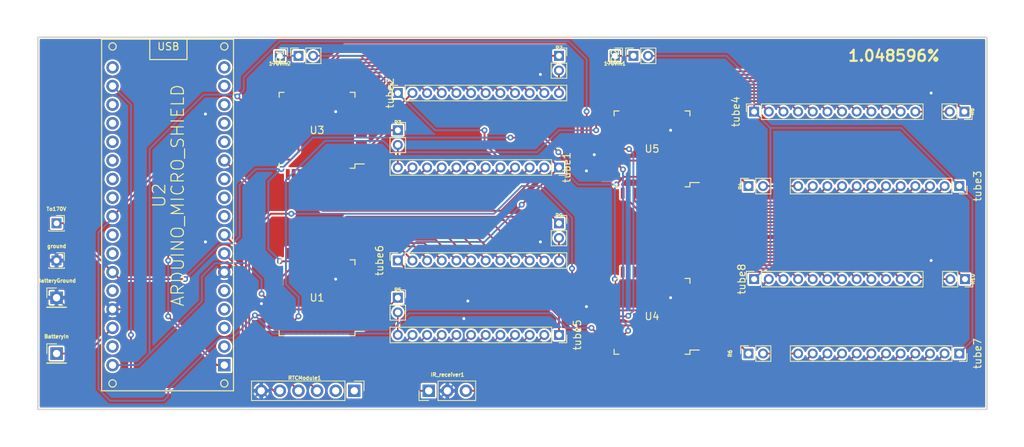
<source format=kicad_pcb>
(kicad_pcb (version 20211014) (generator pcbnew)
  (layers (0 "F.Cu" signal) (31 "B.Cu" signal) (34 "B.Paste" user) (35 "F.Paste" user) (36 "B.SilkS" user "B.Silkscreen") (37 "F.SilkS" user "F.Silkscreen") (38 "B.Mask" user) (39 "F.Mask" user) (44 "Edge.Cuts" user))
  (net 0 "")
  (net 1 "/5VFB")
  (net 2 "GND")
  (net 3 "Net-(J170vin1-Pad1)")
  (net 4 "Net-(J170vin2-Pad1)")
  (net 5 "Net-(JBatteryIn1-Pad1)")
  (net 6 "/IRdata")
  (net 9 "/SCL")
  (net 10 "/SDA")
  (net 11 "/3.3VFB")
  (net 12 "/170V")
  (net 13 "/t1n1")
  (net 14 "/t1n2")
  (net 15 "/t1n3")
  (net 16 "/t1n4")
  (net 17 "/t1n5")
  (net 18 "/t1n6")
  (net 19 "/t1n7")
  (net 20 "/t1n8")
  (net 21 "/t1n9")
  (net 22 "/t1n0")
  (net 23 "Net-(Jtube1-Pad12)")
  (net 24 "/t2n1")
  (net 25 "/t2n2")
  (net 26 "/t2n3")
  (net 27 "/t2n4")
  (net 28 "/t2n5")
  (net 29 "/t2n6")
  (net 30 "/t2n7")
  (net 31 "/t2n8")
  (net 32 "/t2n9")
  (net 33 "/t2n0")
  (net 34 "Net-(Jtube2-Pad12)")
  (net 35 "/t3n1")
  (net 36 "/t3n2")
  (net 37 "/t3n3")
  (net 38 "/t3n4")
  (net 39 "/t3n5")
  (net 40 "/t3n6")
  (net 41 "/t3n7")
  (net 42 "/t3n8")
  (net 43 "/t3n9")
  (net 44 "/t3n0")
  (net 45 "Net-(Jtube3-Pad12)")
  (net 46 "/t4n1")
  (net 47 "/t4n2")
  (net 48 "/t4n3")
  (net 49 "/t4n4")
  (net 50 "/t4n5")
  (net 51 "/t4n6")
  (net 52 "/t4n7")
  (net 53 "/t4n8")
  (net 54 "/t4n9")
  (net 55 "/t4n0")
  (net 56 "Net-(Jtube4-Pad12)")
  (net 57 "/170V2")
  (net 58 "/t5n1")
  (net 59 "/t5n2")
  (net 60 "/t5n3")
  (net 61 "/t5n4")
  (net 62 "/t5n5")
  (net 63 "/t5n6")
  (net 64 "/t5n7")
  (net 65 "/t5n8")
  (net 66 "/t5n9")
  (net 67 "/t5n0")
  (net 68 "Net-(Jtube5-Pad12)")
  (net 69 "/t6n1")
  (net 70 "/t6n2")
  (net 71 "/t6n3")
  (net 72 "/t6n4")
  (net 73 "/t6n5")
  (net 74 "/t6n6")
  (net 75 "/t6n7")
  (net 76 "/t6n8")
  (net 77 "/t6n9")
  (net 78 "/t6n0")
  (net 79 "Net-(Jtube6-Pad12)")
  (net 80 "/t7n1")
  (net 81 "/t7n2")
  (net 82 "/t7n3")
  (net 83 "/t7n4")
  (net 84 "/t7n5")
  (net 85 "/t7n6")
  (net 86 "/t7n7")
  (net 87 "/t7n8")
  (net 88 "/t7n9")
  (net 89 "/t7n0")
  (net 90 "Net-(Jtube7-Pad12)")
  (net 91 "/t8n1")
  (net 92 "/t8n2")
  (net 93 "/t8n3")
  (net 94 "/t8n4")
  (net 95 "/t8n5")
  (net 96 "/t8n6")
  (net 97 "/t8n7")
  (net 98 "/t8n8")
  (net 99 "/t8n9")
  (net 100 "/t8n0")
  (net 101 "Net-(Jtube8-Pad12)")
  (net 102 "/t1dp")
  (net 103 "/t3dp")
  (net 104 "/t5dp")
  (net 105 "/t7dp")
  (net 106 "/t2dp")
  (net 107 "/t4dp")
  (net 108 "/t6dp")
  (net 109 "/t8dp")
  (net 120 "/dataout3")
  (net 124 "/Clock")
  (net 125 "/latch")
  (net 126 "/dataout2")
  (net 144 "/DataFromBoard")
  (net 160 "/dataout1")
  (footprint "Connector_PinSocket_2.00mm:PinSocket_1x12_P2.00mm_Vertical" (layer "F.Cu") (at 166.34 83.82 90)
    (fp_text reference "tube4")
    (fp_text value "ph2.0_terminal_for_5440")
  )
  (footprint "Connector_PinSocket_2.00mm:PinSocket_1x02_P2.00mm_Vertical" (layer "F.Cu") (at 195.04 83.82 -90)
    (fp_text reference "R8")
    (fp_text value "R")
  )
  (footprint "Connector_PinSocket_2.00mm:PinSocket_1x02_P2.00mm_Vertical" (layer "F.Cu") (at 165.56 93.98 90)
    (fp_text reference "R4")
    (fp_text value "R")
  )
  (footprint "Connector_PinSocket_2.00mm:PinSocket_1x02_P2.00mm_Vertical" (layer "F.Cu") (at 117.7 109.22)
    (fp_text reference "R5")
    (fp_text value "R")
  )
  (footprint "Package_QFP:PQFP-44_10x10mm_P0.8mm" (layer "F.Cu") (at 106.68 109.22 180)
    (fp_text reference "U1")
    (fp_text value "hv5522(first_created)")
  )
  (footprint "Connector_PinSocket_2.00mm:PinSocket_1x02_P2.00mm_Vertical" (layer "F.Cu") (at 104.14 76.2 90)
    (fp_text reference "R1")
    (fp_text value "R")
  )
  (footprint "Connector_PinSocket_2.00mm:PinSocket_1x12_P2.00mm_Vertical" (layer "F.Cu") (at 139.7 114.3 -90)
    (fp_text reference "tube5")
    (fp_text value "ph2.0_terminal_for_5440")
  )
  (footprint "Connector_PinHeader_2.54mm:PinHeader_1x01_P2.54mm_Vertical" (layer "F.Cu") (at 71.12 116.84)
    (fp_text reference "BatteryIn")
    (fp_text value "Conn_01x01_Female")
  )
  (footprint "Connector_PinHeader_2.54mm:PinHeader_1x01_P2.54mm_Vertical" (layer "F.Cu") (at 71.12 109.22)
    (fp_text reference "BatteryGround")
    (fp_text value "Conn_01x01_Female")
  )
  (footprint "Connector_PinSocket_2.00mm:PinSocket_1x02_P2.00mm_Vertical" (layer "F.Cu") (at 165.56 116.84 90)
    (fp_text reference "R6")
    (fp_text value "R")
  )
  (footprint "Connector_PinHeader_2.54mm:PinHeader_1x03_P2.54mm_Vertical" (layer "F.Cu") (at 121.92 121.92 90)
    (fp_text reference "IR_receiver1")
    (fp_text value "Conn_01x03_Female")
  )
  (footprint "Connector_PinSocket_2.00mm:PinSocket_1x01_P2.00mm_Vertical" (layer "F.Cu") (at 71.12 104.14)
    (fp_text reference "ground")
    (fp_text value "Conn_01x01_Female")
  )
  (footprint "Connector_PinSocket_2.00mm:PinSocket_1x01_P2.00mm_Vertical" (layer "F.Cu") (at 147.32 76.2)
    (fp_text reference "170vin1")
    (fp_text value "Conn_01x01_Female")
  )
  (footprint "Connector_PinSocket_2.00mm:PinSocket_1x02_P2.00mm_Vertical" (layer "F.Cu") (at 195.12 106.68 -90)
    (fp_text reference "R10")
    (fp_text value "R")
  )
  (footprint "Connector_PinSocket_2.00mm:PinSocket_1x12_P2.00mm_Vertical" (layer "F.Cu") (at 139.7 91.44 -90)
    (fp_text reference "tube1")
    (fp_text value "ph2.0_terminal_for_5440")
  )
  (footprint "Connector_PinSocket_2.00mm:PinSocket_1x12_P2.00mm_Vertical" (layer "F.Cu") (at 194.34 116.84 -90)
    (fp_text reference "tube7")
    (fp_text value "ph2.0_terminal_for_5440")
  )
  (footprint "Connector_PinSocket_2.00mm:PinSocket_1x02_P2.00mm_Vertical" (layer "F.Cu") (at 139.7 99.06)
    (fp_text reference "R9")
    (fp_text value "R")
  )
  (footprint "Connector_PinSocket_2.00mm:PinSocket_1x02_P2.00mm_Vertical" (layer "F.Cu") (at 117.7 86.36)
    (fp_text reference "R3")
    (fp_text value "R")
  )
  (footprint "Connector_PinSocket_2.00mm:PinSocket_1x12_P2.00mm_Vertical" (layer "F.Cu") (at 194.34 93.98 -90)
    (fp_text reference "tube3")
    (fp_text value "ph2.0_terminal_for_5440")
  )
  (footprint "Connector_PinSocket_2.00mm:PinSocket_1x12_P2.00mm_Vertical" (layer "F.Cu") (at 117.7 104.14 90)
    (fp_text reference "tube6")
    (fp_text value "ph2.0_terminal_for_5440")
  )
  (footprint "Connector_PinHeader_2.54mm:PinHeader_1x06_P2.54mm_Vertical" (layer "F.Cu") (at 111.76 121.92 -90)
    (fp_text reference "RTCModule1")
    (fp_text value "Conn_01x06_Female")
  )
  (footprint "Connector_PinSocket_2.00mm:PinSocket_1x01_P2.00mm_Vertical" (layer "F.Cu") (at 71.12 99.06)
    (fp_text reference "To170V")
    (fp_text value "Conn_01x01_Female")
  )
  (footprint "Connector_PinSocket_2.00mm:PinSocket_1x12_P2.00mm_Vertical" (layer "F.Cu") (at 166.34 106.68 90)
    (fp_text reference "tube8")
    (fp_text value "ph2.0_terminal_for_5440")
  )
  (footprint "Connector_PinSocket_2.00mm:PinSocket_1x12_P2.00mm_Vertical" (layer "F.Cu") (at 117.7 81.28 90)
    (fp_text reference "tube2")
    (fp_text value "ph2.0_terminal_for_5440")
  )
  (footprint "Connector_PinSocket_2.00mm:PinSocket_1x01_P2.00mm_Vertical" (layer "F.Cu") (at 101.6 76.2)
    (fp_text reference "170vin2")
    (fp_text value "Conn_01x01_Female")
  )
  (footprint "Connector_PinSocket_2.00mm:PinSocket_1x02_P2.00mm_Vertical" (layer "F.Cu") (at 139.7 76.2)
    (fp_text reference "R7")
    (fp_text value "R")
  )
  (footprint "Package_QFP:PQFP-44_10x10mm_P0.8mm" (layer "F.Cu") (at 152.4 88.9 180)
    (fp_text reference "U5")
    (fp_text value "hv5522(first_created)")
  )
  (footprint "Connector_PinSocket_2.00mm:PinSocket_1x02_P2.00mm_Vertical" (layer "F.Cu") (at 149.86 76.2 90)
    (fp_text reference "R2")
    (fp_text value "R")
  )
  (footprint "Module:ARDUINO_MICRO_SHIELD" (layer "F.Cu") (at 95.2725 121.92 90)
    (fp_text reference "U2")
    (fp_text value "ARDUINO_MICRO_SHIELD")
  )
  (footprint "Package_QFP:PQFP-44_10x10mm_P0.8mm" (layer "F.Cu") (at 106.68 86.36 180)
    (fp_text reference "U3")
    (fp_text value "hv5522(first_created)")
  )
  (footprint "Package_QFP:PQFP-44_10x10mm_P0.8mm" (layer "F.Cu") (at 152.4 111.76 180)
    (fp_text reference "U4")
    (fp_text value "hv5522(first_created)")
  )
  (gr_rect (start 68.58 73.66) (end 198.12 124.46) (layer "Edge.Cuts") (width 0.2) (fill none))
  (gr_text "1.048596%" (at 185.42 76.2) (layer "F.SilkS") (effects (font (size 1.5 1.5) (thickness 0.3))))
  (segment (start 78.7625 105.72) (end 79.7225 106.68) (width 0.25) (layer "F.Cu") (net 1))
  (segment (start 103.34 85.56) (end 100.63 85.56) (width 0.25) (layer "F.Cu") (net 1))
  (segment (start 148.4 92.9) (end 148.59 92.71) (width 0.25) (layer "F.Cu") (net 1))
  (segment (start 100.63 110.82) (end 106.68 110.82) (width 0.25) (layer "F.Cu") (net 1))
  (segment (start 106.68 111.76) (end 106.68 109.22) (width 0.25) (layer "F.Cu") (net 1))
  (segment (start 147.424511 110.875292) (end 147.339803 110.96) (width 0.25) (layer "F.Cu") (net 1))
  (segment (start 104.14 87.930177) (end 104.14 88.9) (width 0.25) (layer "F.Cu") (net 1))
  (segment (start 147.424511 107.28) (end 147.424511 110.875292) (width 0.25) (layer "F.Cu") (net 1))
  (segment (start 104.110177 87.96) (end 104.14 87.930177) (width 0.25) (layer "F.Cu") (net 1))
  (segment (start 151.817307 92.71) (end 152.866013 91.661294) (width 0.25) (layer "F.Cu") (net 1))
  (segment (start 147.390641 110.953821) (end 150.872503 110.953821) (width 0.25) (layer "F.Cu") (net 1))
  (segment (start 147.32 106.68) (end 147.32 107.175489) (width 0.25) (layer "F.Cu") (net 1))
  (segment (start 100.63 113.22) (end 105.22 113.22) (width 0.25) (layer "F.Cu") (net 1))
  (segment (start 146.35 92.9) (end 148.4 92.9) (width 0.25) (layer "F.Cu") (net 1))
  (segment (start 72.1025 99.06) (end 78.7625 105.72) (width 0.25) (layer "F.Cu") (net 1))
  (segment (start 151.709865 88.1) (end 146.35 88.1) (width 0.25) (layer "F.Cu") (net 1))
  (segment (start 137.16 121.92) (end 127 121.92) (width 0.25) (layer "F.Cu") (net 1))
  (segment (start 150.431716 113.371372) (end 151.588868 113.371372) (width 0.25) (layer "F.Cu") (net 1))
  (segment (start 106.68 106.68) (end 106.68 109.22) (width 0.25) (layer "F.Cu") (net 1))
  (segment (start 148.59 92.71) (end 151.817307 92.71) (width 0.25) (layer "F.Cu") (net 1))
  (segment (start 103.084511 90.384511) (end 104.14 89.329022) (width 0.25) (layer "F.Cu") (net 1))
  (segment (start 147.534511 93.765489) (end 148.59 92.71) (width 0.25) (layer "F.Cu") (net 1))
  (segment (start 146.35 115.76) (end 143.32 115.76) (width 0.25) (layer "F.Cu") (net 1))
  (segment (start 151.588868 114.207951) (end 150.036819 115.76) (width 0.25) (layer "F.Cu") (net 1))
  (segment (start 152.866013 89.256148) (end 151.709865 88.1) (width 0.25) (layer "F.Cu") (net 1))
  (segment (start 143.32 115.76) (end 137.16 121.92) (width 0.25) (layer "F.Cu") (net 1))
  (segment (start 147.339803 110.96) (end 146.35 110.96) (width 0.25) (layer "F.Cu") (net 1))
  (segment (start 151.588868 111.670186) (end 151.588868 113.371372) (width 0.25) (layer "F.Cu") (net 1))
  (segment (start 150.036819 115.76) (end 146.35 115.76) (width 0.25) (layer "F.Cu") (net 1))
  (segment (start 104.14 89.329022) (end 104.14 86.36) (width 0.25) (layer "F.Cu") (net 1))
  (segment (start 101.704511 106.575489) (end 104.035489 104.244511) (width 0.25) (layer "F.Cu") (net 1))
  (segment (start 148.266947 113.001992) (end 150.062336 113.001992) (width 0.25) (layer "F.Cu") (net 1))
  (segment (start 106.68 110.82) (end 106.68 111.76) (width 0.25) (layer "F.Cu") (net 1))
  (segment (start 104.14 86.36) (end 103.34 85.56) (width 0.25) (layer "F.Cu") (net 1))
  (segment (start 137.62072 87.359511) (end 139.619181 89.357972) (width 0.25) (layer "F.Cu") (net 1))
  (segment (start 101.704511 108.204511) (end 101.704511 106.575489) (width 0.25) (layer "F.Cu") (net 1))
  (segment (start 104.035489 104.244511) (end 104.244511 104.244511) (width 0.25) (layer "F.Cu") (net 1))
  (segment (start 100.63 90.36) (end 103.06 90.36) (width 0.25) (layer "F.Cu") (net 1))
  (segment (start 146.35 90.5) (end 152.802106 90.5) (width 0.25) (layer "F.Cu") (net 1))
  (segment (start 151.588868 113.371372) (end 151.588868 114.207951) (width 0.25) (layer "F.Cu") (net 1))
  (segment (start 104.244511 104.244511) (end 106.68 106.68) (width 0.25) (layer "F.Cu") (net 1))
  (segment (start 103.06 90.36) (end 103.084511 90.384511) (width 0.25) (layer "F.Cu") (net 1))
  (segment (start 146.35 113.36) (end 147.908939 113.36) (width 0.25) (layer "F.Cu") (net 1))
  (segment (start 150.872503 110.953821) (end 151.588868 111.670186) (width 0.25) (layer "F.Cu") (net 1))
  (segment (start 105.22 113.22) (end 106.68 111.76) (width 0.25) (layer "F.Cu") (net 1))
  (segment (start 79.7225 106.68) (end 88.666512 106.68) (width 0.25) (layer "F.Cu") (net 1))
  (segment (start 147.908939 113.36) (end 148.266947 113.001992) (width 0.25) (layer "F.Cu") (net 1))
  (segment (start 152.866013 91.661294) (end 152.866013 89.256148) (width 0.25) (layer "F.Cu") (net 1))
  (segment (start 100.63 87.96) (end 104.110177 87.96) (width 0.25) (layer "F.Cu") (net 1))
  (segment (start 101.814511 91.654511) (end 103.084511 90.384511) (width 0.25) (layer "F.Cu") (net 1))
  (segment (start 101.489022 108.42) (end 101.704511 108.204511) (width 0.25) (layer "F.Cu") (net 1))
  (segment (start 101.6 104.244511) (end 104.244511 104.244511) (width 0.25) (layer "F.Cu") (net 1))
  (segment (start 150.062336 113.001992) (end 150.431716 113.371372) (width 0.25) (layer "F.Cu") (net 1))
  (segment (start 133.079511 87.359511) (end 137.62072 87.359511) (width 0.25) (layer "F.Cu") (net 1))
  (segment (start 100.63 108.42) (end 101.489022 108.42) (width 0.25) (layer "F.Cu") (net 1))
  (segment (start 71.12 99.06) (end 72.1025 99.06) (width 0.25) (layer "F.Cu") (net 1))
  (segment (start 147.32 107.175489) (end 147.424511 107.28) (width 0.25) (layer "F.Cu") (net 1))
  (via (at 101.814511 91.654511) (size 0.8) (drill 0.4) (layers "F.Cu" "B.Cu") (net 1))
  (via (at 133.079511 87.359511) (size 0.8) (drill 0.4) (layers "F.Cu" "B.Cu") (net 1))
  (via (at 88.666512 106.68) (size 0.8) (drill 0.4) (layers "F.Cu" "B.Cu") (net 1))
  (via (at 147.32 106.68) (size 0.8) (drill 0.4) (layers "F.Cu" "B.Cu") (net 1))
  (via (at 101.6 104.244511) (size 0.8) (drill 0.4) (layers "F.Cu" "B.Cu") (net 1))
  (via (at 147.534511 93.765489) (size 0.8) (drill 0.4) (layers "F.Cu" "B.Cu") (net 1))
  (via (at 139.619181 89.357972) (size 0.8) (drill 0.4) (layers "F.Cu" "B.Cu") (net 1))
  (segment (start 95.159506 101.814511) (end 93.532001 101.814511) (width 0.25) (layer "B.Cu") (net 1))
  (segment (start 140.699511 92.145527) (end 142.319473 93.765489) (width 0.25) (layer "B.Cu") (net 1))
  (segment (start 96.114511 100.859506) (end 95.159506 101.814511) (width 0.25) (layer "B.Cu") (net 1))
  (segment (start 142.319473 93.765489) (end 147.534511 93.765489) (width 0.25) (layer "B.Cu") (net 1))
  (segment (start 106.109511 87.359511) (end 133.079511 87.359511) (width 0.25) (layer "B.Cu") (net 1))
  (segment (start 100.024751 102.564751) (end 100.024751 93.33976) (width 0.25) (layer "B.Cu") (net 1))
  (segment (start 139.619181 89.360159) (end 139.619181 89.357972) (width 0.25) (layer "B.Cu") (net 1))
  (segment (start 101.6 104.14) (end 100.024751 102.564751) (width 0.25) (layer "B.Cu") (net 1))
  (segment (start 101.704511 91.764511) (end 101.814511 91.654511) (width 0.25) (layer "B.Cu") (net 1))
  (segment (start 98.305901 91.654511) (end 96.114511 93.845901) (width 0.25) (layer "B.Cu") (net 1))
  (segment (start 101.814511 91.654511) (end 106.109511 87.359511) (width 0.25) (layer "B.Cu") (net 1))
  (segment (start 100.024751 93.33976) (end 101.6 91.764511) (width 0.25) (layer "B.Cu") (net 1))
  (segment (start 93.532001 101.814511) (end 88.666512 106.68) (width 0.25) (layer "B.Cu") (net 1))
  (segment (start 101.814511 91.654511) (end 98.305901 91.654511) (width 0.25) (layer "B.Cu") (net 1))
  (segment (start 140.699511 90.440489) (end 140.699511 92.145527) (width 0.25) (layer "B.Cu") (net 1))
  (segment (start 101.6 104.244511) (end 101.704511 104.14) (width 0.25) (layer "B.Cu") (net 1))
  (segment (start 96.114511 93.845901) (end 96.114511 100.859506) (width 0.25) (layer "B.Cu") (net 1))
  (segment (start 140.699511 90.440489) (end 139.619181 89.360159) (width 0.25) (layer "B.Cu") (net 1))
  (segment (start 147.32 93.98) (end 147.534511 93.765489) (width 0.25) (layer "B.Cu") (net 1))
  (segment (start 147.32 106.68) (end 147.32 93.98) (width 0.25) (layer "B.Cu") (net 1))
  (segment (start 143.451282 91.907974) (end 143.451282 110.431282) (width 0.25) (layer "F.Cu") (net 2))
  (segment (start 91.44 84.141677) (end 91.547166 84.034511) (width 0.25) (layer "F.Cu") (net 2))
  (segment (start 97.630488 87.16) (end 100.63 87.16) (width 0.25) (layer "F.Cu") (net 2))
  (segment (start 71.12 109.22) (end 77.1825 109.22) (width 0.25) (layer "F.Cu") (net 2))
  (segment (start 127.260761 109.671961) (end 126.713938 110.218784) (width 0.25) (layer "F.Cu") (net 2))
  (segment (start 71.12 104.14) (end 71.12 109.22) (width 0.25) (layer "F.Cu") (net 2))
  (segment (start 94.504999 84.034511) (end 97.630488 87.16) (width 0.25) (layer "F.Cu") (net 2))
  (segment (start 91.547166 84.034511) (end 94.504999 84.034511) (width 0.25) (layer "F.Cu") (net 2))
  (segment (start 78.7625 110.8) (end 88.9385 110.8) (width 0.25) (layer "F.Cu") (net 2))
  (segment (start 144.529944 112.56) (end 146.35 112.56) (width 0.25) (layer "F.Cu") (net 2))
  (segment (start 99.770978 110.02) (end 100.63 110.02) (width 0.25) (layer "F.Cu") (net 2))
  (segment (start 143.448749 91.905441) (end 143.451282 91.907974) (width 0.25) (layer "F.Cu") (net 2))
  (segment (start 146.35 89.7) (end 144.524112 89.7) (width 0.25) (layer "F.Cu") (net 2))
  (segment (start 88.9385 110.8) (end 94.0185 105.72) (width 0.25) (layer "F.Cu") (net 2))
  (segment (start 99.083526 110.027437) (end 99.763541 110.027437) (width 0.25) (layer "F.Cu") (net 2))
  (segment (start 126.713938 110.218784) (end 126.713938 112.073992) (width 0.25) (layer "F.Cu") (net 2))
  (segment (start 143.451282 110.431282) (end 143.451282 111.481338) (width 0.25) (layer "F.Cu") (net 2))
  (segment (start 91.44 103.1415) (end 94.0185 105.72) (width 0.25) (layer "F.Cu") (net 2))
  (segment (start 77.1825 109.22) (end 78.7625 110.8) (width 0.25) (layer "F.Cu") (net 2))
  (segment (start 99.763541 110.027437) (end 99.770978 110.02) (width 0.25) (layer "F.Cu") (net 2))
  (segment (start 143.451282 111.481338) (end 144.529944 112.56) (width 0.25) (layer "F.Cu") (net 2))
  (segment (start 91.44 101.6) (end 91.44 103.1415) (width 0.25) (layer "F.Cu") (net 2))
  (segment (start 144.524112 89.7) (end 144.51721 89.693098) (width 0.25) (layer "F.Cu") (net 2))
  (via (at 144.51721 89.693098) (size 0.8) (drill 0.4) (layers "F.Cu" "B.Cu") (net 2))
  (via (at 109.22 106.68) (size 0.8) (drill 0.4) (layers "F.Cu" "B.Cu") (net 2))
  (via (at 99.083526 110.027437) (size 0.8) (drill 0.4) (layers "F.Cu" "B.Cu") (net 2))
  (via (at 126.713938 112.073992) (size 0.8) (drill 0.4) (layers "F.Cu" "B.Cu") (net 2))
  (via (at 91.44 101.6) (size 0.8) (drill 0.4) (layers "F.Cu" "B.Cu") (net 2))
  (via (at 91.44 101.6) (size 0.8) (drill 0.4) (layers "F.Cu" "B.Cu") (net 2))
  (via (at 154.94 109.22) (size 0.8) (drill 0.4) (layers "F.Cu" "B.Cu") (net 2))
  (via (at 127.260761 109.671961) (size 0.8) (drill 0.4) (layers "F.Cu" "B.Cu") (net 2))
  (via (at 109.22 83.82) (size 0.8) (drill 0.4) (layers "F.Cu" "B.Cu") (net 2))
  (via (at 137.16 78.74) (size 0.8) (drill 0.4) (layers "F.Cu" "B.Cu") (net 2))
  (via (at 154.94 86.36) (size 0.8) (drill 0.4) (layers "F.Cu" "B.Cu") (net 2))
  (via (at 190.5 104.14) (size 0.8) (drill 0.4) (layers "F.Cu" "B.Cu") (net 2))
  (via (at 190.5 81.28) (size 0.8) (drill 0.4) (layers "F.Cu" "B.Cu") (net 2))
  (via (at 91.44 84.141677) (size 0.8) (drill 0.4) (layers "F.Cu" "B.Cu") (net 2))
  (via (at 143.448749 91.905441) (size 0.8) (drill 0.4) (layers "F.Cu" "B.Cu") (net 2))
  (via (at 137.16 101.6) (size 0.8) (drill 0.4) (layers "F.Cu" "B.Cu") (net 2))
  (via (at 143.451282 110.431282) (size 0.8) (drill 0.4) (layers "F.Cu" "B.Cu") (net 2))
  (segment (start 144.51721 90.83698) (end 143.448749 91.905441) (width 0.25) (layer "B.Cu") (net 2))
  (segment (start 73.66 120.131011) (end 73.66 111.76) (width 0.25) (layer "B.Cu") (net 2))
  (segment (start 91.44 84.141677) (end 91.44 101.6) (width 0.25) (layer "B.Cu") (net 2))
  (segment (start 99.083526 110.027437) (end 99.06 110.050963) (width 0.25) (layer "B.Cu") (net 2))
  (segment (start 98.325937 110.027437) (end 94.0185 105.72) (width 0.25) (layer "B.Cu") (net 2))
  (segment (start 126.713938 112.073992) (end 126.700489 112.087441) (width 0.25) (layer "B.Cu") (net 2))
  (segment (start 73.66 111.76) (end 71.12 109.22) (width 0.25) (layer "B.Cu") (net 2))
  (segment (start 99.06 121.92) (end 97.098137 123.881863) (width 0.25) (layer "B.Cu") (net 2))
  (segment (start 127.260761 109.671961) (end 127.712722 109.22) (width 0.25) (layer "B.Cu") (net 2))
  (segment (start 124.46 121.92) (end 123.285489 123.094511) (width 0.25) (layer "B.Cu") (net 2))
  (segment (start 127.712722 109.22) (end 142.24 109.22) (width 0.25) (layer "B.Cu") (net 2))
  (segment (start 123.285489 123.094511) (end 100.234511 123.094511) (width 0.25) (layer "B.Cu") (net 2))
  (segment (start 126.700489 119.679511) (end 124.46 121.92) (width 0.25) (layer "B.Cu") (net 2))
  (segment (start 142.24 109.22) (end 143.451282 110.431282) (width 0.25) (layer "B.Cu") (net 2))
  (segment (start 97.098137 123.881863) (end 77.410852 123.881863) (width 0.25) (layer "B.Cu") (net 2))
  (segment (start 144.51721 89.693098) (end 144.51721 90.83698) (width 0.25) (layer "B.Cu") (net 2))
  (segment (start 77.410852 123.881863) (end 73.66 120.131011) (width 0.25) (layer "B.Cu") (net 2))
  (segment (start 126.700489 112.087441) (end 126.700489 119.679511) (width 0.25) (layer "B.Cu") (net 2))
  (segment (start 100.234511 123.094511) (end 99.06 121.92) (width 0.25) (layer "B.Cu") (net 2))
  (segment (start 99.083526 110.027437) (end 98.325937 110.027437) (width 0.25) (layer "B.Cu") (net 2))
  (segment (start 149.86 76.2) (end 147.32 76.2) (width 0.25) (layer "F.Cu") (net 3))
  (segment (start 101.6 76.2) (end 104.14 76.2) (width 0.25) (layer "B.Cu") (net 4))
  (segment (start 75.2625 116.84) (end 71.12 116.84) (width 0.25) (layer "F.Cu") (net 5))
  (segment (start 78.7625 113.34) (end 75.2625 116.84) (width 0.25) (layer "F.Cu") (net 5))
  (segment (start 97.41904 116.653802) (end 97.41904 93.88054) (width 0.25) (layer "F.Cu") (net 6))
  (segment (start 105.237387 119.841669) (end 100.606907 119.841669) (width 0.25) (layer "F.Cu") (net 6))
  (segment (start 121.92 121.92) (end 115.665489 121.92) (width 0.25) (layer "F.Cu") (net 6))
  (segment (start 115.665489 121.92) (end 114.097106 120.351617) (width 0.25) (layer "F.Cu") (net 6))
  (segment (start 114.097106 120.351617) (end 105.747335 120.351617) (width 0.25) (layer "F.Cu") (net 6))
  (segment (start 100.606907 119.841669) (end 97.41904 116.653802) (width 0.25) (layer "F.Cu") (net 6))
  (segment (start 105.747335 120.351617) (end 105.237387 119.841669) (width 0.25) (layer "F.Cu") (net 6))
  (segment (start 97.41904 93.88054) (end 94.0185 90.48) (width 0.25) (layer "F.Cu") (net 6))
  (segment (start 94.0185 100.64) (end 96.96952 103.59102) (width 0.25) (layer "F.Cu") (net 9))
  (segment (start 96.96952 116.84) (end 100.420709 120.291189) (width 0.25) (layer "F.Cu") (net 9))
  (segment (start 100.420709 120.291189) (end 105.051189 120.291189) (width 0.25) (layer "F.Cu") (net 9))
  (segment (start 96.96952 103.59102) (end 96.96952 116.84) (width 0.25) (layer "F.Cu") (net 9))
  (segment (start 105.051189 120.291189) (end 106.68 121.92) (width 0.25) (layer "F.Cu") (net 9))
  (segment (start 96.52 117.026198) (end 100.234511 120.740709) (width 0.25) (layer "F.Cu") (net 10))
  (segment (start 96.52 105.6815) (end 96.52 117.026198) (width 0.25) (layer "F.Cu") (net 10))
  (segment (start 94.0185 103.18) (end 96.52 105.6815) (width 0.25) (layer "F.Cu") (net 10))
  (segment (start 100.234511 120.740709) (end 102.960709 120.740709) (width 0.25) (layer "F.Cu") (net 10))
  (segment (start 102.960709 120.740709) (end 104.14 121.92) (width 0.25) (layer "F.Cu") (net 10))
  (segment (start 83.82 121.92) (end 81.28 119.38) (width 0.25) (layer "F.Cu") (net 11))
  (segment (start 101.6 121.92) (end 100.764151 121.92) (width 0.25) (layer "F.Cu") (net 11))
  (segment (start 96.499177 120.076845) (end 94.656022 121.92) (width 0.25) (layer "F.Cu") (net 11))
  (segment (start 81.28 119.38) (end 81.28 114.3) (width 0.25) (layer "F.Cu") (net 11))
  (segment (start 98.920996 120.076845) (end 96.499177 120.076845) (width 0.25) (layer "F.Cu") (net 11))
  (segment (start 100.764151 121.92) (end 98.920996 120.076845) (width 0.25) (layer "F.Cu") (net 11))
  (segment (start 94.656022 121.92) (end 83.82 121.92) (width 0.25) (layer "F.Cu") (net 11))
  (via (at 81.28 114.3) (size 0.8) (drill 0.4) (layers "F.Cu" "B.Cu") (net 11))
  (segment (start 81.28 82.8375) (end 81.28 114.3) (width 0.25) (layer "B.Cu") (net 11))
  (segment (start 78.7625 80.32) (end 81.28 82.8375) (width 0.25) (layer "B.Cu") (net 11))
  (segment (start 196.119511 95.759511) (end 196.119511 115.060489) (width 0.25) (layer "B.Cu") (net 12))
  (segment (start 162.56 76.2) (end 151.86 76.2) (width 0.25) (layer "B.Cu") (net 12))
  (segment (start 166.34 83.82) (end 168.559511 86.039511) (width 0.25) (layer "B.Cu") (net 12))
  (segment (start 168.559511 86.039511) (end 186.399511 86.039511) (width 0.25) (layer "B.Cu") (net 12))
  (segment (start 186.399511 86.039511) (end 194.34 93.98) (width 0.25) (layer "B.Cu") (net 12))
  (segment (start 194.34 93.98) (end 196.119511 95.759511) (width 0.25) (layer "B.Cu") (net 12))
  (segment (start 166.34 83.82) (end 166.34 79.98) (width 0.25) (layer "B.Cu") (net 12))
  (segment (start 196.119511 115.060489) (end 194.34 116.84) (width 0.25) (layer "B.Cu") (net 12))
  (segment (start 168.559511 86.039511) (end 168.559511 104.460489) (width 0.25) (layer "B.Cu") (net 12))
  (segment (start 168.559511 104.460489) (end 166.34 106.68) (width 0.25) (layer "B.Cu") (net 12))
  (segment (start 166.34 79.98) (end 162.56 76.2) (width 0.25) (layer "B.Cu") (net 12))
  (segment (start 131.78384 97.35616) (end 137.7 91.44) (width 0.25) (layer "F.Cu") (net 13))
  (segment (start 103.48 92.41) (end 103.48 93.41) (width 0.25) (layer "F.Cu") (net 13))
  (segment (start 103.48 93.41) (end 107.42616 97.35616) (width 0.25) (layer "F.Cu") (net 13))
  (segment (start 107.42616 97.35616) (end 131.78384 97.35616) (width 0.25) (layer "F.Cu") (net 13))
  (segment (start 104.28 92.41) (end 104.28 93.489673) (width 0.25) (layer "F.Cu") (net 14))
  (segment (start 104.28 93.489673) (end 107.696967 96.90664) (width 0.25) (layer "F.Cu") (net 14))
  (segment (start 130.23336 96.90664) (end 135.7 91.44) (width 0.25) (layer "F.Cu") (net 14))
  (segment (start 107.696967 96.90664) (end 130.23336 96.90664) (width 0.25) (layer "F.Cu") (net 14))
  (segment (start 105.08 92.41) (end 105.08 93.499067) (width 0.25) (layer "F.Cu") (net 15))
  (segment (start 108.038053 96.45712) (end 128.68288 96.45712) (width 0.25) (layer "F.Cu") (net 15))
  (segment (start 105.08 93.499067) (end 108.038053 96.45712) (width 0.25) (layer "F.Cu") (net 15))
  (segment (start 128.68288 96.45712) (end 133.7 91.44) (width 0.25) (layer "F.Cu") (net 15))
  (segment (start 105.88 92.41) (end 105.88 93.472525) (width 0.25) (layer "F.Cu") (net 16))
  (segment (start 127.1324 96.0076) (end 131.7 91.44) (width 0.25) (layer "F.Cu") (net 16))
  (segment (start 108.415075 96.0076) (end 127.1324 96.0076) (width 0.25) (layer "F.Cu") (net 16))
  (segment (start 105.88 93.472525) (end 108.415075 96.0076) (width 0.25) (layer "F.Cu") (net 16))
  (segment (start 108.720224 95.55808) (end 125.58192 95.55808) (width 0.25) (layer "F.Cu") (net 17))
  (segment (start 106.68 92.41) (end 106.68 93.517856) (width 0.25) (layer "F.Cu") (net 17))
  (segment (start 125.58192 95.55808) (end 129.7 91.44) (width 0.25) (layer "F.Cu") (net 17))
  (segment (start 106.68 93.517856) (end 108.720224 95.55808) (width 0.25) (layer "F.Cu") (net 17))
  (segment (start 109.043342 95.10856) (end 124.03144 95.10856) (width 0.25) (layer "F.Cu") (net 18))
  (segment (start 107.48 93.545218) (end 109.043342 95.10856) (width 0.25) (layer "F.Cu") (net 18))
  (segment (start 107.48 92.41) (end 107.48 93.545218) (width 0.25) (layer "F.Cu") (net 18))
  (segment (start 124.03144 95.10856) (end 127.7 91.44) (width 0.25) (layer "F.Cu") (net 18))
  (segment (start 122.48096 94.65904) (end 125.7 91.44) (width 0.25) (layer "F.Cu") (net 19))
  (segment (start 108.28 93.572581) (end 109.366459 94.65904) (width 0.25) (layer "F.Cu") (net 19))
  (segment (start 109.366459 94.65904) (end 122.48096 94.65904) (width 0.25) (layer "F.Cu") (net 19))
  (segment (start 108.28 92.41) (end 108.28 93.572581) (width 0.25) (layer "F.Cu") (net 19))
  (segment (start 120.93048 94.20952) (end 123.7 91.44) (width 0.25) (layer "F.Cu") (net 20))
  (segment (start 109.08 92.41) (end 109.08 93.492134) (width 0.25) (layer "F.Cu") (net 20))
  (segment (start 109.797386 94.20952) (end 120.93048 94.20952) (width 0.25) (layer "F.Cu") (net 20))
  (segment (start 109.08 93.492134) (end 109.797386 94.20952) (width 0.25) (layer "F.Cu") (net 20))
  (segment (start 109.88 93.41) (end 110.23 93.76) (width 0.25) (layer "F.Cu") (net 21))
  (segment (start 110.23 93.76) (end 119.38 93.76) (width 0.25) (layer "F.Cu") (net 21))
  (segment (start 109.88 92.41) (end 109.88 93.41) (width 0.25) (layer "F.Cu") (net 21))
  (segment (start 119.38 93.76) (end 121.7 91.44) (width 0.25) (layer "F.Cu") (net 21))
  (segment (start 110.68 92.41) (end 110.709511 92.439511) (width 0.25) (layer "F.Cu") (net 22))
  (segment (start 118.700489 92.439511) (end 119.7 91.44) (width 0.25) (layer "F.Cu") (net 22))
  (segment (start 110.709511 92.439511) (end 118.700489 92.439511) (width 0.25) (layer "F.Cu") (net 22))
  (segment (start 117.7 88.36) (end 117.7 91.44) (width 0.25) (layer "F.Cu") (net 23))
  (segment (start 112.73 85.56) (end 115.397192 85.56) (width 0.25) (layer "F.Cu") (net 24))
  (segment (start 115.397192 85.56) (end 119.677192 81.28) (width 0.25) (layer "F.Cu") (net 24))
  (segment (start 119.677192 81.28) (end 119.7 81.28) (width 0.25) (layer "F.Cu") (net 24))
  (segment (start 113.951083 84.76) (end 116.700489 82.010594) (width 0.25) (layer "F.Cu") (net 25))
  (segment (start 116.700489 80.280489) (end 120.700489 80.280489) (width 0.25) (layer "F.Cu") (net 25))
  (segment (start 116.700489 82.010594) (end 116.700489 80.280489) (width 0.25) (layer "F.Cu") (net 25))
  (segment (start 120.700489 80.280489) (end 121.7 81.28) (width 0.25) (layer "F.Cu") (net 25))
  (segment (start 112.73 84.76) (end 113.951083 84.76) (width 0.25) (layer "F.Cu") (net 25))
  (segment (start 116.250969 80.094292) (end 116.250969 81.603313) (width 0.25) (layer "F.Cu") (net 26))
  (segment (start 116.514292 79.830969) (end 116.250969 80.094292) (width 0.25) (layer "F.Cu") (net 26))
  (segment (start 122.250969 79.830969) (end 116.514292 79.830969) (width 0.25) (layer "F.Cu") (net 26))
  (segment (start 113.894282 83.96) (end 112.73 83.96) (width 0.25) (layer "F.Cu") (net 26))
  (segment (start 116.250969 81.603313) (end 113.894282 83.96) (width 0.25) (layer "F.Cu") (net 26))
  (segment (start 123.7 81.28) (end 122.250969 79.830969) (width 0.25) (layer "F.Cu") (net 26))
  (segment (start 113.888903 83.16) (end 115.801449 81.247454) (width 0.25) (layer "F.Cu") (net 27))
  (segment (start 115.801449 81.247454) (end 115.801449 79.908095) (width 0.25) (layer "F.Cu") (net 27))
  (segment (start 123.801449 79.381449) (end 125.7 81.28) (width 0.25) (layer "F.Cu") (net 27))
  (segment (start 115.801449 79.908095) (end 116.328095 79.381449) (width 0.25) (layer "F.Cu") (net 27))
  (segment (start 116.328095 79.381449) (end 123.801449 79.381449) (width 0.25) (layer "F.Cu") (net 27))
  (segment (start 112.73 83.16) (end 113.888903 83.16) (width 0.25) (layer "F.Cu") (net 27))
  (segment (start 112.73 82.36) (end 113.896468 82.36) (width 0.25) (layer "F.Cu") (net 28))
  (segment (start 125.351929 78.931929) (end 127.7 81.28) (width 0.25) (layer "F.Cu") (net 28))
  (segment (start 113.896468 82.36) (end 115.351929 80.904539) (width 0.25) (layer "F.Cu") (net 28))
  (segment (start 115.351929 80.904539) (end 115.351929 79.721897) (width 0.25) (layer "F.Cu") (net 28))
  (segment (start 116.141898 78.931929) (end 125.351929 78.931929) (width 0.25) (layer "F.Cu") (net 28))
  (segment (start 115.351929 79.721897) (end 116.141898 78.931929) (width 0.25) (layer "F.Cu") (net 28))
  (segment (start 110.68 80.31) (end 110.68 79.250772) (width 0.25) (layer "F.Cu") (net 29))
  (segment (start 110.68 79.250772) (end 111.448363 78.482409) (width 0.25) (layer "F.Cu") (net 29))
  (segment (start 111.448363 78.482409) (end 126.902409 78.482409) (width 0.25) (layer "F.Cu") (net 29))
  (segment (start 126.902409 78.482409) (end 129.7 81.28) (width 0.25) (layer "F.Cu") (net 29))
  (segment (start 109.88 80.31) (end 109.88 79.254883) (width 0.25) (layer "F.Cu") (net 30))
  (segment (start 128.452889 78.032889) (end 131.7 81.28) (width 0.25) (layer "F.Cu") (net 30))
  (segment (start 111.101994 78.032889) (end 128.452889 78.032889) (width 0.25) (layer "F.Cu") (net 30))
  (segment (start 109.88 79.254883) (end 111.101994 78.032889) (width 0.25) (layer "F.Cu") (net 30))
  (segment (start 110.722299 77.583369) (end 130.003369 77.583369) (width 0.25) (layer "F.Cu") (net 31))
  (segment (start 109.08 79.225668) (end 110.722299 77.583369) (width 0.25) (layer "F.Cu") (net 31))
  (segment (start 109.08 80.31) (end 109.08 79.225668) (width 0.25) (layer "F.Cu") (net 31))
  (segment (start 130.003369 77.583369) (end 133.7 81.28) (width 0.25) (layer "F.Cu") (net 31))
  (segment (start 108.28 79.145718) (end 110.291869 77.133849) (width 0.25) (layer "F.Cu") (net 32))
  (segment (start 110.291869 77.133849) (end 131.553849 77.133849) (width 0.25) (layer "F.Cu") (net 32))
  (segment (start 108.28 80.31) (end 108.28 79.145718) (width 0.25) (layer "F.Cu") (net 32))
  (segment (start 131.553849 77.133849) (end 135.7 81.28) (width 0.25) (layer "F.Cu") (net 32))
  (segment (start 110.105671 76.684329) (end 133.104329 76.684329) (width 0.25) (layer "F.Cu") (net 33))
  (segment (start 107.48 80.31) (end 107.48 79.31) (width 0.25) (layer "F.Cu") (net 33))
  (segment (start 133.104329 76.684329) (end 137.7 81.28) (width 0.25) (layer "F.Cu") (net 33))
  (segment (start 107.48 79.31) (end 110.105671 76.684329) (width 0.25) (layer "F.Cu") (net 33))
  (segment (start 139.7 78.2) (end 139.7 81.28) (width 0.25) (layer "F.Cu") (net 34))
  (segment (start 149.2 95.95) (end 153.49457 100.24457) (width 0.25) (layer "F.Cu") (net 35))
  (segment (start 153.49457 100.24457) (end 186.07543 100.24457) (width 0.25) (layer "F.Cu") (net 35))
  (segment (start 186.07543 100.24457) (end 192.34 93.98) (width 0.25) (layer "F.Cu") (net 35))
  (segment (start 149.2 94.95) (end 149.2 95.95) (width 0.25) (layer "F.Cu") (net 35))
  (segment (start 150 95.95) (end 153.84505 99.79505) (width 0.25) (layer "F.Cu") (net 36))
  (segment (start 150 94.95) (end 150 95.95) (width 0.25) (layer "F.Cu") (net 36))
  (segment (start 153.84505 99.79505) (end 184.52495 99.79505) (width 0.25) (layer "F.Cu") (net 36))
  (segment (start 184.52495 99.79505) (end 190.34 93.98) (width 0.25) (layer "F.Cu") (net 36))
  (segment (start 150.8 95.984783) (end 154.160747 99.34553) (width 0.25) (layer "F.Cu") (net 37))
  (segment (start 150.8 94.95) (end 150.8 95.984783) (width 0.25) (layer "F.Cu") (net 37))
  (segment (start 154.160747 99.34553) (end 182.97447 99.34553) (width 0.25) (layer "F.Cu") (net 37))
  (segment (start 182.97447 99.34553) (end 188.34 93.98) (width 0.25) (layer "F.Cu") (net 37))
  (segment (start 151.6 95.95) (end 154.54601 98.89601) (width 0.25) (layer "F.Cu") (net 38))
  (segment (start 181.42399 98.89601) (end 186.34 93.98) (width 0.25) (layer "F.Cu") (net 38))
  (segment (start 154.54601 98.89601) (end 181.42399 98.89601) (width 0.25) (layer "F.Cu") (net 38))
  (segment (start 151.6 94.95) (end 151.6 95.95) (width 0.25) (layer "F.Cu") (net 38))
  (segment (start 152.4 94.95) (end 152.4 95.95) (width 0.25) (layer "F.Cu") (net 39))
  (segment (start 154.89649 98.44649) (end 179.87351 98.44649) (width 0.25) (layer "F.Cu") (net 39))
  (segment (start 179.87351 98.44649) (end 184.34 93.98) (width 0.25) (layer "F.Cu") (net 39))
  (segment (start 152.4 95.95) (end 154.89649 98.44649) (width 0.25) (layer "F.Cu") (net 39))
  (segment (start 153.2 94.95) (end 153.2 95.95) (width 0.25) (layer "F.Cu") (net 40))
  (segment (start 155.24697 97.99697) (end 178.32303 97.99697) (width 0.25) (layer "F.Cu") (net 40))
  (segment (start 178.32303 97.99697) (end 182.34 93.98) (width 0.25) (layer "F.Cu") (net 40))
  (segment (start 153.2 95.95) (end 155.24697 97.99697) (width 0.25) (layer "F.Cu") (net 40))
  (segment (start 155.548289 97.54745) (end 176.77255 97.54745) (width 0.25) (layer "F.Cu") (net 41))
  (segment (start 176.77255 97.54745) (end 180.34 93.98) (width 0.25) (layer "F.Cu") (net 41))
  (segment (start 154 94.95) (end 154 95.999161) (width 0.25) (layer "F.Cu") (net 41))
  (segment (start 154 95.999161) (end 155.548289 97.54745) (width 0.25) (layer "F.Cu") (net 41))
  (segment (start 155.94793 97.09793) (end 175.22207 97.09793) (width 0.25) (layer "F.Cu") (net 42))
  (segment (start 154.8 95.95) (end 155.94793 97.09793) (width 0.25) (layer "F.Cu") (net 42))
  (segment (start 175.22207 97.09793) (end 178.34 93.98) (width 0.25) (layer "F.Cu") (net 42))
  (segment (start 154.8 94.95) (end 154.8 95.95) (width 0.25) (layer "F.Cu") (net 42))
  (segment (start 156.24206 96.64841) (end 173.67159 96.64841) (width 0.25) (layer "F.Cu") (net 43))
  (segment (start 173.67159 96.64841) (end 176.34 93.98) (width 0.25) (layer "F.Cu") (net 43))
  (segment (start 155.6 96.00635) (end 156.24206 96.64841) (width 0.25) (layer "F.Cu") (net 43))
  (segment (start 155.6 94.95) (end 155.6 96.00635) (width 0.25) (layer "F.Cu") (net 43))
  (segment (start 156.679149 96.19889) (end 172.12111 96.19889) (width 0.25) (layer "F.Cu") (net 44))
  (segment (start 156.4 94.95) (end 156.4 95.919741) (width 0.25) (layer "F.Cu") (net 44))
  (segment (start 156.4 95.919741) (end 156.679149 96.19889) (width 0.25) (layer "F.Cu") (net 44))
  (segment (start 172.12111 96.19889) (end 174.34 93.98) (width 0.25) (layer "F.Cu") (net 44))
  (segment (start 167.56 93.98) (end 172.34 93.98) (width 0.25) (layer "F.Cu") (net 45))
  (segment (start 158.45 88.1) (end 159.530131 88.1) (width 0.25) (layer "F.Cu") (net 46))
  (segment (start 167.340489 82.820489) (end 168.34 83.82) (width 0.25) (layer "F.Cu") (net 46))
  (segment (start 159.530131 88.1) (end 164.809642 82.820489) (width 0.25) (layer "F.Cu") (net 46))
  (segment (start 164.809642 82.820489) (end 167.340489 82.820489) (width 0.25) (layer "F.Cu") (net 46))
  (segment (start 159.45 87.3) (end 164.379031 82.370969) (width 0.25) (layer "F.Cu") (net 47))
  (segment (start 164.379031 82.370969) (end 168.890969 82.370969) (width 0.25) (layer "F.Cu") (net 47))
  (segment (start 158.45 87.3) (end 159.45 87.3) (width 0.25) (layer "F.Cu") (net 47))
  (segment (start 168.890969 82.370969) (end 170.34 83.82) (width 0.25) (layer "F.Cu") (net 47))
  (segment (start 158.45 86.5) (end 159.45 86.5) (width 0.25) (layer "F.Cu") (net 48))
  (segment (start 170.441449 81.921449) (end 172.34 83.82) (width 0.25) (layer "F.Cu") (net 48))
  (segment (start 164.028551 81.921449) (end 170.441449 81.921449) (width 0.25) (layer "F.Cu") (net 48))
  (segment (start 159.45 86.5) (end 164.028551 81.921449) (width 0.25) (layer "F.Cu") (net 48))
  (segment (start 159.614282 85.7) (end 163.842354 81.471929) (width 0.25) (layer "F.Cu") (net 49))
  (segment (start 171.991929 81.471929) (end 174.34 83.82) (width 0.25) (layer "F.Cu") (net 49))
  (segment (start 158.45 85.7) (end 159.614282 85.7) (width 0.25) (layer "F.Cu") (net 49))
  (segment (start 163.842354 81.471929) (end 171.991929 81.471929) (width 0.25) (layer "F.Cu") (net 49))
  (segment (start 163.498962 81.022409) (end 173.542409 81.022409) (width 0.25) (layer "F.Cu") (net 50))
  (segment (start 159.621371 84.9) (end 163.498962 81.022409) (width 0.25) (layer "F.Cu") (net 50))
  (segment (start 173.542409 81.022409) (end 176.34 83.82) (width 0.25) (layer "F.Cu") (net 50))
  (segment (start 158.45 84.9) (end 159.621371 84.9) (width 0.25) (layer "F.Cu") (net 50))
  (segment (start 175.092889 80.572889) (end 178.34 83.82) (width 0.25) (layer "F.Cu") (net 51))
  (segment (start 156.4 82.85) (end 156.4 81.775718) (width 0.25) (layer "F.Cu") (net 51))
  (segment (start 157.602829 80.572889) (end 175.092889 80.572889) (width 0.25) (layer "F.Cu") (net 51))
  (segment (start 156.4 81.775718) (end 157.602829 80.572889) (width 0.25) (layer "F.Cu") (net 51))
  (segment (start 157.264889 80.123369) (end 176.643369 80.123369) (width 0.25) (layer "F.Cu") (net 52))
  (segment (start 176.643369 80.123369) (end 180.34 83.82) (width 0.25) (layer "F.Cu") (net 52))
  (segment (start 155.6 81.788258) (end 157.264889 80.123369) (width 0.25) (layer "F.Cu") (net 52))
  (segment (start 155.6 82.85) (end 155.6 81.788258) (width 0.25) (layer "F.Cu") (net 52))
  (segment (start 178.193849 79.673849) (end 182.34 83.82) (width 0.25) (layer "F.Cu") (net 53))
  (segment (start 154.8 81.779129) (end 156.90528 79.673849) (width 0.25) (layer "F.Cu") (net 53))
  (segment (start 154.8 82.85) (end 154.8 81.779129) (width 0.25) (layer "F.Cu") (net 53))
  (segment (start 156.90528 79.673849) (end 178.193849 79.673849) (width 0.25) (layer "F.Cu") (net 53))
  (segment (start 154 81.833878) (end 156.609549 79.224329) (width 0.25) (layer "F.Cu") (net 54))
  (segment (start 156.609549 79.224329) (end 179.744329 79.224329) (width 0.25) (layer "F.Cu") (net 54))
  (segment (start 179.744329 79.224329) (end 184.34 83.82) (width 0.25) (layer "F.Cu") (net 54))
  (segment (start 154 82.85) (end 154 81.833878) (width 0.25) (layer "F.Cu") (net 54))
  (segment (start 156.275191 78.774809) (end 181.294809 78.774809) (width 0.25) (layer "F.Cu") (net 55))
  (segment (start 153.2 82.85) (end 153.2 81.85) (width 0.25) (layer "F.Cu") (net 55))
  (segment (start 153.2 81.85) (end 156.275191 78.774809) (width 0.25) (layer "F.Cu") (net 55))
  (segment (start 181.294809 78.774809) (end 186.34 83.82) (width 0.25) (layer "F.Cu") (net 55))
  (segment (start 193.04 83.82) (end 187.96 83.82) (width 0.25) (layer "F.Cu") (net 56))
  (segment (start 138.502778 90.242778) (end 139.7 91.44) (width 0.25) (layer "F.Cu") (net 57))
  (segment (start 139.7 114.3) (end 139.7 111.76) (width 0.25) (layer "F.Cu") (net 57))
  (segment (start 129.54 88.206316) (end 131.576462 90.242778) (width 0.25) (layer "F.Cu") (net 57))
  (segment (start 120.24 106.68) (end 117.7 104.14) (width 0.25) (layer "F.Cu") (net 57))
  (segment (start 139.7 111.76) (end 134.62 106.68) (width 0.25) (layer "F.Cu") (net 57))
  (segment (start 134.62 106.68) (end 120.24 106.68) (width 0.25) (layer "F.Cu") (net 57))
  (segment (start 131.576462 90.242778) (end 138.502778 90.242778) (width 0.25) (layer "F.Cu") (net 57))
  (segment (start 129.54 86.36) (end 129.54 88.206316) (width 0.25) (layer "F.Cu") (net 57))
  (segment (start 139.7 91.44) (end 134.62 96.52) (width 0.25) (layer "F.Cu") (net 57))
  (via (at 134.62 96.52) (size 0.8) (drill 0.4) (layers "F.Cu" "B.Cu") (net 57))
  (via (at 129.54 86.36) (size 0.8) (drill 0.4) (layers "F.Cu" "B.Cu") (net 57))
  (segment (start 129.54 101.6) (end 120.24 101.6) (width 0.25) (layer "B.Cu") (net 57))
  (segment (start 134.62 96.52) (end 129.54 101.6) (width 0.25) (layer "B.Cu") (net 57))
  (segment (start 106.14 76.2) (end 112.62 76.2) (width 0.25) (layer "B.Cu") (net 57))
  (segment (start 120.24 101.6) (end 117.7 104.14) (width 0.25) (layer "B.Cu") (net 57))
  (segment (start 122.78 86.36) (end 129.54 86.36) (width 0.25) (layer "B.Cu") (net 57))
  (segment (start 112.62 76.2) (end 117.7 81.28) (width 0.25) (layer "B.Cu") (net 57))
  (segment (start 117.7 81.28) (end 122.78 86.36) (width 0.25) (layer "B.Cu") (net 57))
  (segment (start 132.484335 119.515665) (end 137.7 114.3) (width 0.2) (layer "F.Cu") (net 58))
  (segment (start 103.48 116.330262) (end 106.665403 119.515665) (width 0.2) (layer "F.Cu") (net 58))
  (segment (start 103.48 115.27) (end 103.48 116.330262) (width 0.2) (layer "F.Cu") (net 58))
  (segment (start 106.665403 119.515665) (end 132.484335 119.515665) (width 0.2) (layer "F.Cu") (net 58))
  (segment (start 107.038659 119.116146) (end 130.883854 119.116146) (width 0.2) (layer "F.Cu") (net 59))
  (segment (start 104.28 116.357487) (end 107.038659 119.116146) (width 0.2) (layer "F.Cu") (net 59))
  (segment (start 104.28 115.27) (end 104.28 116.357487) (width 0.2) (layer "F.Cu") (net 59))
  (segment (start 130.883854 119.116146) (end 135.7 114.3) (width 0.2) (layer "F.Cu") (net 59))
  (segment (start 105.08 115.27) (end 105.08 116.341781) (width 0.2) (layer "F.Cu") (net 60))
  (segment (start 105.08 116.341781) (end 107.454845 118.716626) (width 0.2) (layer "F.Cu") (net 60))
  (segment (start 129.283374 118.716626) (end 133.7 114.3) (width 0.2) (layer "F.Cu") (net 60))
  (segment (start 107.454845 118.716626) (end 129.283374 118.716626) (width 0.2) (layer "F.Cu") (net 60))
  (segment (start 107.871032 118.317107) (end 127.682893 118.317107) (width 0.2) (layer "F.Cu") (net 61))
  (segment (start 127.682893 118.317107) (end 131.7 114.3) (width 0.2) (layer "F.Cu") (net 61))
  (segment (start 105.88 116.326075) (end 107.871032 118.317107) (width 0.2) (layer "F.Cu") (net 61))
  (segment (start 105.88 115.27) (end 105.88 116.326075) (width 0.2) (layer "F.Cu") (net 61))
  (segment (start 106.68 116.359687) (end 106.68 115.27) (width 0.2) (layer "F.Cu") (net 62))
  (segment (start 108.2379 117.917587) (end 106.68 116.359687) (width 0.2) (layer "F.Cu") (net 62))
  (segment (start 129.7 114.3) (end 126.082413 117.917587) (width 0.2) (layer "F.Cu") (net 62))
  (segment (start 126.082413 117.917587) (end 108.2379 117.917587) (width 0.2) (layer "F.Cu") (net 62))
  (segment (start 107.48 116.345392) (end 107.48 115.27) (width 0.2) (layer "F.Cu") (net 63))
  (segment (start 124.481932 117.518068) (end 108.652676 117.518068) (width 0.2) (layer "F.Cu") (net 63))
  (segment (start 127.7 114.3) (end 124.481932 117.518068) (width 0.2) (layer "F.Cu") (net 63))
  (segment (start 108.652676 117.518068) (end 107.48 116.345392) (width 0.2) (layer "F.Cu") (net 63))
  (segment (start 109.067452 117.118549) (end 108.28 116.331097) (width 0.2) (layer "F.Cu") (net 64))
  (segment (start 108.28 116.331097) (end 108.28 115.27) (width 0.2) (layer "F.Cu") (net 64))
  (segment (start 125.7 114.3) (end 122.881451 117.118549) (width 0.2) (layer "F.Cu") (net 64))
  (segment (start 122.881451 117.118549) (end 109.067452 117.118549) (width 0.2) (layer "F.Cu") (net 64))
  (segment (start 121.28097 116.71903) (end 109.434327 116.71903) (width 0.2) (layer "F.Cu") (net 65))
  (segment (start 123.7 114.3) (end 121.28097 116.71903) (width 0.2) (layer "F.Cu") (net 65))
  (segment (start 109.434327 116.71903) (end 109.08 116.364703) (width 0.2) (layer "F.Cu") (net 65))
  (segment (start 109.08 116.364703) (end 109.08 115.27) (width 0.2) (layer "F.Cu") (net 65))
  (segment (start 109.88 116.22) (end 109.88 115.27) (width 0.2) (layer "F.Cu") (net 66))
  (segment (start 109.979511 116.319511) (end 109.88 116.22) (width 0.2) (layer "F.Cu") (net 66))
  (segment (start 121.7 114.3) (end 119.680489 116.319511) (width 0.2) (layer "F.Cu") (net 66))
  (segment (start 119.680489 116.319511) (end 109.979511 116.319511) (width 0.2) (layer "F.Cu") (net 66))
  (segment (start 110.684511 115.274511) (end 110.68 115.27) (width 0.2) (layer "F.Cu") (net 67))
  (segment (start 118.725489 115.274511) (end 110.684511 115.274511) (width 0.2) (layer "F.Cu") (net 67))
  (segment (start 119.7 114.3) (end 118.725489 115.274511) (width 0.2) (layer "F.Cu") (net 67))
  (segment (start 117.7 111.22) (end 117.7 114.3) (width 0.2) (layer "F.Cu") (net 68))
  (segment (start 115.78384 102.65616) (end 118.21616 102.65616) (width 0.25) (layer "F.Cu") (net 69))
  (segment (start 115.721419 102.718581) (end 115.78384 102.65616) (width 0.25) (layer "F.Cu") (net 69))
  (segment (start 118.21616 102.65616) (end 119.7 104.14) (width 0.25) (layer "F.Cu") (net 69))
  (segment (start 115.721419 106.428581) (end 115.721419 102.718581) (width 0.25) (layer "F.Cu") (net 69))
  (segment (start 113.73 108.42) (end 115.721419 106.428581) (width 0.25) (layer "F.Cu") (net 69))
  (segment (start 112.73 108.42) (end 113.73 108.42) (width 0.25) (layer "F.Cu") (net 69))
  (segment (start 115.271899 102.20664) (end 119.98664 102.20664) (width 0.25) (layer "F.Cu") (net 70))
  (segment (start 112.73 107.62) (end 113.73 107.62) (width 0.25) (layer "F.Cu") (net 70))
  (segment (start 119.98664 102.20664) (end 121.92 104.14) (width 0.25) (layer "F.Cu") (net 70))
  (segment (start 115.271899 106.078101) (end 115.271899 102.20664) (width 0.25) (layer "F.Cu") (net 70))
  (segment (start 113.73 107.62) (end 115.271899 106.078101) (width 0.25) (layer "F.Cu") (net 70))
  (segment (start 121.92 104.14) (end 121.7 104.14) (width 0.25) (layer "F.Cu") (net 70))
  (segment (start 114.822379 101.75712) (end 121.31712 101.75712) (width 0.25) (layer "F.Cu") (net 71))
  (segment (start 112.73 106.82) (end 113.73 106.82) (width 0.25) (layer "F.Cu") (net 71))
  (segment (start 114.822379 105.727621) (end 114.822379 101.75712) (width 0.25) (layer "F.Cu") (net 71))
  (segment (start 113.73 106.82) (end 114.822379 105.727621) (width 0.25) (layer "F.Cu") (net 71))
  (segment (start 121.31712 101.75712) (end 123.7 104.14) (width 0.25) (layer "F.Cu") (net 71))
  (segment (start 114.372859 105.377141) (end 114.372859 101.3076) (width 0.25) (layer "F.Cu") (net 72))
  (segment (start 114.372859 101.3076) (end 122.8676 101.3076) (width 0.25) (layer "F.Cu") (net 72))
  (segment (start 112.73 106.02) (end 113.73 106.02) (width 0.25) (layer "F.Cu") (net 72))
  (segment (start 122.8676 101.3076) (end 125.7 104.14) (width 0.25) (layer "F.Cu") (net 72))
  (segment (start 113.73 106.02) (end 114.372859 105.377141) (width 0.25) (layer "F.Cu") (net 72))
  (segment (start 113.923339 104.516661) (end 113.923339 101.121403) (width 0.25) (layer "F.Cu") (net 73))
  (segment (start 124.41808 100.85808) (end 127.7 104.14) (width 0.25) (layer "F.Cu") (net 73))
  (segment (start 112.73 105.22) (end 113.22 105.22) (width 0.25) (layer "F.Cu") (net 73))
  (segment (start 114.186662 100.85808) (end 124.41808 100.85808) (width 0.25) (layer "F.Cu") (net 73))
  (segment (start 113.22 105.22) (end 113.923339 104.516661) (width 0.25) (layer "F.Cu") (net 73))
  (segment (start 113.923339 101.121403) (end 114.186662 100.85808) (width 0.25) (layer "F.Cu") (net 73))
  (segment (start 110.68 102.005718) (end 112.277158 100.40856) (width 0.25) (layer "F.Cu") (net 74))
  (segment (start 126.10096 100.40856) (end 129.54 103.8476) (width 0.25) (layer "F.Cu") (net 74))
  (segment (start 129.54 103.8476) (end 129.54 104.14) (width 0.25) (layer "F.Cu") (net 74))
  (segment (start 110.68 103.17) (end 110.68 102.005718) (width 0.25) (layer "F.Cu") (net 74))
  (segment (start 112.277158 100.40856) (end 126.10096 100.40856) (width 0.25) (layer "F.Cu") (net 74))
  (segment (start 109.88 102.17) (end 112.09096 99.95904) (width 0.25) (layer "F.Cu") (net 75))
  (segment (start 127.51904 99.95904) (end 131.7 104.14) (width 0.25) (layer "F.Cu") (net 75))
  (segment (start 112.09096 99.95904) (end 127.51904 99.95904) (width 0.25) (layer "F.Cu") (net 75))
  (segment (start 109.88 103.17) (end 109.88 102.17) (width 0.25) (layer "F.Cu") (net 75))
  (segment (start 129.06952 99.50952) (end 133.7 104.14) (width 0.25) (layer "F.Cu") (net 76))
  (segment (start 111.74048 99.50952) (end 129.06952 99.50952) (width 0.25) (layer "F.Cu") (net 76))
  (segment (start 109.08 103.17) (end 109.08 102.17) (width 0.25) (layer "F.Cu") (net 76))
  (segment (start 109.08 102.17) (end 111.74048 99.50952) (width 0.25) (layer "F.Cu") (net 76))
  (segment (start 108.28 102.17) (end 111.39 99.06) (width 0.25) (layer "F.Cu") (net 77))
  (segment (start 130.62 99.06) (end 135.7 104.14) (width 0.25) (layer "F.Cu") (net 77))
  (segment (start 108.28 103.17) (end 108.28 102.17) (width 0.25) (layer "F.Cu") (net 77))
  (segment (start 111.39 99.06) (end 130.62 99.06) (width 0.25) (layer "F.Cu") (net 77))
  (segment (start 107.48 102.17) (end 111.03952 98.61048) (width 0.25) (layer "F.Cu") (net 78))
  (segment (start 107.48 103.17) (end 107.48 102.17) (width 0.25) (layer "F.Cu") (net 78))
  (segment (start 132.17048 98.61048) (end 137.7 104.14) (width 0.25) (layer "F.Cu") (net 78))
  (segment (start 111.03952 98.61048) (end 132.17048 98.61048) (width 0.25) (layer "F.Cu") (net 78))
  (segment (start 139.7 101.06) (end 139.7 104.14) (width 0.25) (layer "F.Cu") (net 79))
  (segment (start 153.81568 123.42568) (end 185.75432 123.42568) (width 0.25) (layer "F.Cu") (net 80))
  (segment (start 185.75432 123.42568) (end 192.34 116.84) (width 0.25) (layer "F.Cu") (net 80))
  (segment (start 149.2 117.81) (end 149.2 118.81) (width 0.25) (layer "F.Cu") (net 80))
  (segment (start 149.2 118.81) (end 153.81568 123.42568) (width 0.25) (layer "F.Cu") (net 80))
  (segment (start 154.16616 122.97616) (end 184.20384 122.97616) (width 0.25) (layer "F.Cu") (net 81))
  (segment (start 150 117.81) (end 150 118.81) (width 0.25) (layer "F.Cu") (net 81))
  (segment (start 150 118.81) (end 154.16616 122.97616) (width 0.25) (layer "F.Cu") (net 81))
  (segment (start 184.20384 122.97616) (end 190.34 116.84) (width 0.25) (layer "F.Cu") (net 81))
  (segment (start 150.8 118.8516) (end 154.47504 122.52664) (width 0.25) (layer "F.Cu") (net 82))
  (segment (start 154.47504 122.52664) (end 182.65336 122.52664) (width 0.25) (layer "F.Cu") (net 82))
  (segment (start 182.65336 122.52664) (end 188.34 116.84) (width 0.25) (layer "F.Cu") (net 82))
  (segment (start 150.8 117.81) (end 150.8 118.8516) (width 0.25) (layer "F.Cu") (net 82))
  (segment (start 151.6 118.81) (end 154.86712 122.07712) (width 0.25) (layer "F.Cu") (net 83))
  (segment (start 151.6 117.81) (end 151.6 118.81) (width 0.25) (layer "F.Cu") (net 83))
  (segment (start 154.86712 122.07712) (end 181.10288 122.07712) (width 0.25) (layer "F.Cu") (net 83))
  (segment (start 181.10288 122.07712) (end 186.34 116.84) (width 0.25) (layer "F.Cu") (net 83))
  (segment (start 152.4 117.81) (end 152.4 118.81) (width 0.25) (layer "F.Cu") (net 84))
  (segment (start 152.4 118.81) (end 155.2176 121.6276) (width 0.25) (layer "F.Cu") (net 84))
  (segment (start 179.5524 121.6276) (end 184.34 116.84) (width 0.25) (layer "F.Cu") (net 84))
  (segment (start 155.2176 121.6276) (end 179.5524 121.6276) (width 0.25) (layer "F.Cu") (net 84))
  (segment (start 153.2 117.81) (end 153.2 118.893768) (width 0.25) (layer "F.Cu") (net 85))
  (segment (start 178.00192 121.17808) (end 182.34 116.84) (width 0.25) (layer "F.Cu") (net 85))
  (segment (start 155.484312 121.17808) (end 178.00192 121.17808) (width 0.25) (layer "F.Cu") (net 85))
  (segment (start 153.2 118.893768) (end 155.484312 121.17808) (width 0.25) (layer "F.Cu") (net 85))
  (segment (start 154 118.907824) (end 155.820736 120.72856) (width 0.25) (layer "F.Cu") (net 86))
  (segment (start 154 117.81) (end 154 118.907824) (width 0.25) (layer "F.Cu") (net 86))
  (segment (start 176.45144 120.72856) (end 180.34 116.84) (width 0.25) (layer "F.Cu") (net 86))
  (segment (start 155.820736 120.72856) (end 176.45144 120.72856) (width 0.25) (layer "F.Cu") (net 86))
  (segment (start 154.8 118.81) (end 156.26904 120.27904) (width 0.25) (layer "F.Cu") (net 87))
  (segment (start 156.26904 120.27904) (end 174.90096 120.27904) (width 0.25) (layer "F.Cu") (net 87))
  (segment (start 174.90096 120.27904) (end 178.34 116.84) (width 0.25) (layer "F.Cu") (net 87))
  (segment (start 154.8 117.81) (end 154.8 118.81) (width 0.25) (layer "F.Cu") (net 87))
  (segment (start 155.6 117.81) (end 155.6 118.81) (width 0.25) (layer "F.Cu") (net 88))
  (segment (start 156.61952 119.82952) (end 173.35048 119.82952) (width 0.25) (layer "F.Cu") (net 88))
  (segment (start 155.6 118.81) (end 156.61952 119.82952) (width 0.25) (layer "F.Cu") (net 88))
  (segment (start 173.35048 119.82952) (end 176.34 116.84) (width 0.25) (layer "F.Cu") (net 88))
  (segment (start 156.97 119.38) (end 171.8 119.38) (width 0.25) (layer "F.Cu") (net 89))
  (segment (start 156.4 118.81) (end 156.97 119.38) (width 0.25) (layer "F.Cu") (net 89))
  (segment (start 156.4 117.81) (end 156.4 118.81) (width 0.25) (layer "F.Cu") (net 89))
  (segment (start 171.8 119.38) (end 174.34 116.84) (width 0.25) (layer "F.Cu") (net 89))
  (segment (start 167.56 116.84) (end 172.34 116.84) (width 0.25) (layer "F.Cu") (net 90))
  (segment (start 164.06 110.96) (end 168.34 106.68) (width 0.25) (layer "F.Cu") (net 91))
  (segment (start 158.45 110.96) (end 164.06 110.96) (width 0.25) (layer "F.Cu") (net 91))
  (segment (start 162.56 109.22) (end 162.56 106.68) (width 0.25) (layer "F.Cu") (net 92))
  (segment (start 163.559511 105.680489) (end 169.180489 105.680489) (width 0.25) (layer "F.Cu") (net 92))
  (segment (start 161.62 110.16) (end 162.56 109.22) (width 0.25) (layer "F.Cu") (net 92))
  (segment (start 169.180489 105.680489) (end 170.18 106.68) (width 0.25) (layer "F.Cu") (net 92))
  (segment (start 162.56 106.68) (end 163.559511 105.680489) (width 0.25) (layer "F.Cu") (net 92))
  (segment (start 158.45 110.16) (end 161.62 110.16) (width 0.25) (layer "F.Cu") (net 92))
  (segment (start 170.18 106.68) (end 170.34 106.68) (width 0.25) (layer "F.Cu") (net 92))
  (segment (start 158.45 109.36) (end 161.568508 109.36) (width 0.25) (layer "F.Cu") (net 93))
  (segment (start 162.11048 106.493802) (end 163.373314 105.230969) (width 0.25) (layer "F.Cu") (net 93))
  (segment (start 161.568508 109.36) (end 162.11048 108.818028) (width 0.25) (layer "F.Cu") (net 93))
  (segment (start 163.373314 105.230969) (end 170.890969 105.230969) (width 0.25) (layer "F.Cu") (net 93))
  (segment (start 170.890969 105.230969) (end 172.34 106.68) (width 0.25) (layer "F.Cu") (net 93))
  (segment (start 162.11048 108.818028) (end 162.11048 106.493802) (width 0.25) (layer "F.Cu") (net 93))
  (segment (start 163.187117 104.781449) (end 172.441449 104.781449) (width 0.25) (layer "F.Cu") (net 94))
  (segment (start 161.66096 106.307604) (end 163.187117 104.781449) (width 0.25) (layer "F.Cu") (net 94))
  (segment (start 158.45 108.56) (end 161.07406 108.56) (width 0.25) (layer "F.Cu") (net 94))
  (segment (start 172.441449 104.781449) (end 174.34 106.68) (width 0.25) (layer "F.Cu") (net 94))
  (segment (start 161.07406 108.56) (end 161.66096 107.9731) (width 0.25) (layer "F.Cu") (net 94))
  (segment (start 161.66096 107.9731) (end 161.66096 106.307604) (width 0.25) (layer "F.Cu") (net 94))
  (segment (start 159.572849 107.76) (end 163.00092 104.331929) (width 0.25) (layer "F.Cu") (net 95))
  (segment (start 158.45 107.76) (end 159.572849 107.76) (width 0.25) (layer "F.Cu") (net 95))
  (segment (start 173.991929 104.331929) (end 176.34 106.68) (width 0.25) (layer "F.Cu") (net 95))
  (segment (start 163.00092 104.331929) (end 173.991929 104.331929) (width 0.25) (layer "F.Cu") (net 95))
  (segment (start 156.4 104.655779) (end 157.17337 103.882409) (width 0.25) (layer "F.Cu") (net 96))
  (segment (start 175.542409 103.882409) (end 178.34 106.68) (width 0.25) (layer "F.Cu") (net 96))
  (segment (start 157.17337 103.882409) (end 175.542409 103.882409) (width 0.25) (layer "F.Cu") (net 96))
  (segment (start 156.4 105.71) (end 156.4 104.655779) (width 0.25) (layer "F.Cu") (net 96))
  (segment (start 177.092889 103.432889) (end 180.34 106.68) (width 0.25) (layer "F.Cu") (net 97))
  (segment (start 156.877111 103.432889) (end 177.092889 103.432889) (width 0.25) (layer "F.Cu") (net 97))
  (segment (start 155.6 104.71) (end 156.877111 103.432889) (width 0.25) (layer "F.Cu") (net 97))
  (segment (start 155.6 105.71) (end 155.6 104.71) (width 0.25) (layer "F.Cu") (net 97))
  (segment (start 154.8 105.71) (end 154.8 104.662931) (width 0.25) (layer "F.Cu") (net 98))
  (segment (start 156.479562 102.983369) (end 178.643369 102.983369) (width 0.25) (layer "F.Cu") (net 98))
  (segment (start 178.643369 102.983369) (end 182.34 106.68) (width 0.25) (layer "F.Cu") (net 98))
  (segment (start 154.8 104.662931) (end 156.479562 102.983369) (width 0.25) (layer "F.Cu") (net 98))
  (segment (start 154 105.71) (end 154 104.666508) (width 0.25) (layer "F.Cu") (net 99))
  (segment (start 154 104.666508) (end 156.132659 102.533849) (width 0.25) (layer "F.Cu") (net 99))
  (segment (start 156.132659 102.533849) (end 180.193849 102.533849) (width 0.25) (layer "F.Cu") (net 99))
  (segment (start 180.193849 102.533849) (end 184.34 106.68) (width 0.25) (layer "F.Cu") (net 99))
  (segment (start 181.744329 102.084329) (end 186.34 106.68) (width 0.25) (layer "F.Cu") (net 100))
  (segment (start 153.2 104.71) (end 155.825671 102.084329) (width 0.25) (layer "F.Cu") (net 100))
  (segment (start 155.825671 102.084329) (end 181.744329 102.084329) (width 0.25) (layer "F.Cu") (net 100))
  (segment (start 153.2 105.71) (end 153.2 104.71) (width 0.25) (layer "F.Cu") (net 100))
  (segment (start 193.12 106.68) (end 188.34 106.68) (width 0.25) (layer "F.Cu") (net 101))
  (segment (start 113.7 90.36) (end 114.3 89.76) (width 0.25) (layer "F.Cu") (net 102))
  (segment (start 112.73 90.36) (end 113.7 90.36) (width 0.25) (layer "F.Cu") (net 102))
  (segment (start 114.3 88.206739) (end 116.146739 86.36) (width 0.25) (layer "F.Cu") (net 102))
  (segment (start 114.3 89.76) (end 114.3 88.206739) (width 0.25) (layer "F.Cu") (net 102))
  (segment (start 116.146739 86.36) (end 117.7 86.36) (width 0.25) (layer "F.Cu") (net 102))
  (segment (start 164.48 92.9) (end 165.56 93.98) (width 0.25) (layer "F.Cu") (net 103))
  (segment (start 158.45 92.9) (end 164.48 92.9) (width 0.25) (layer "F.Cu") (net 103))
  (segment (start 113.7 113.22) (end 117.7 109.22) (width 0.2) (layer "F.Cu") (net 104))
  (segment (start 112.73 113.22) (end 113.7 113.22) (width 0.2) (layer "F.Cu") (net 104))
  (segment (start 158.45 115.76) (end 164.48 115.76) (width 0.25) (layer "F.Cu") (net 105))
  (segment (start 164.48 115.76) (end 165.56 116.84) (width 0.25) (layer "F.Cu") (net 105))
  (segment (start 139.734809 76.234809) (end 139.7 76.269618) (width 0.25) (layer "F.Cu") (net 106))
  (segment (start 106.68 80.31) (end 106.68 79.31) (width 0.25) (layer "F.Cu") (net 106))
  (segment (start 106.68 79.31) (end 109.79 76.2) (width 0.25) (layer "F.Cu") (net 106))
  (segment (start 109.79 76.2) (end 139.7 76.2) (width 0.25) (layer "F.Cu") (net 106))
  (segment (start 189.545289 78.325289) (end 195.04 83.82) (width 0.25) (layer "F.Cu") (net 107))
  (segment (start 155.924711 78.325289) (end 189.545289 78.325289) (width 0.25) (layer "F.Cu") (net 107))
  (segment (start 152.4 82.85) (end 152.4 81.85) (width 0.25) (layer "F.Cu") (net 107))
  (segment (start 152.4 81.85) (end 155.924711 78.325289) (width 0.25) (layer "F.Cu") (net 107))
  (segment (start 106.68 102.17) (end 110.68904 98.16096) (width 0.25) (layer "F.Cu") (net 108))
  (segment (start 138.80096 98.16096) (end 139.7 99.06) (width 0.25) (layer "F.Cu") (net 108))
  (segment (start 106.68 103.17) (end 106.68 102.17) (width 0.25) (layer "F.Cu") (net 108))
  (segment (start 110.68904 98.16096) (end 138.80096 98.16096) (width 0.25) (layer "F.Cu") (net 108))
  (segment (start 190.04 101.6) (end 195.12 106.68) (width 0.25) (layer "F.Cu") (net 109))
  (segment (start 152.4 105.71) (end 152.4 104.71) (width 0.25) (layer "F.Cu") (net 109))
  (segment (start 155.51 101.6) (end 190.04 101.6) (width 0.25) (layer "F.Cu") (net 109))
  (segment (start 152.4 104.71) (end 155.51 101.6) (width 0.25) (layer "F.Cu") (net 109))
  (segment (start 99.06 104.14) (end 99.06 99.06) (width 0.25) (layer "F.Cu") (net 120))
  (segment (start 100.364765 97.755234) (end 103.16069 97.755234) (width 0.25) (layer "F.Cu") (net 120))
  (segment (start 99.06 99.06) (end 100.364765 97.755234) (width 0.25) (layer "F.Cu") (net 120))
  (segment (start 141.49491 105.243902) (end 141.49491 112.966335) (width 0.25) (layer "F.Cu") (net 120))
  (segment (start 143.488575 114.96) (end 146.35 114.96) (width 0.25) (layer "F.Cu") (net 120))
  (segment (start 100.63 105.22) (end 100.14 105.22) (width 0.25) (layer "F.Cu") (net 120))
  (segment (start 141.49491 112.966335) (end 143.488575 114.96) (width 0.25) (layer "F.Cu") (net 120))
  (segment (start 100.14 105.22) (end 99.06 104.14) (width 0.25) (layer "F.Cu") (net 120))
  (segment (start 141.478798 105.22779) (end 141.49491 105.243902) (width 0.25) (layer "F.Cu") (net 120))
  (via (at 141.478798 105.22779) (size 0.8) (drill 0.4) (layers "F.Cu" "B.Cu") (net 120))
  (via (at 103.16069 97.755234) (size 0.8) (drill 0.4) (layers "F.Cu" "B.Cu") (net 120))
  (segment (start 103.16069 97.755234) (end 130.844766 97.755234) (width 0.25) (layer "B.Cu") (net 120))
  (segment (start 139.7 96.538915) (end 141.478798 98.317713) (width 0.25) (layer "B.Cu") (net 120))
  (segment (start 139.7 96.52) (end 139.7 96.538915) (width 0.25) (layer "B.Cu") (net 120))
  (segment (start 137.16 93.98) (end 139.7 96.52) (width 0.25) (layer "B.Cu") (net 120))
  (segment (start 130.844766 97.755234) (end 134.62 93.98) (width 0.25) (layer "B.Cu") (net 120))
  (segment (start 141.478798 98.317713) (end 141.478798 105.22779) (width 0.25) (layer "B.Cu") (net 120))
  (segment (start 134.62 93.98) (end 137.16 93.98) (width 0.25) (layer "B.Cu") (net 120))
  (segment (start 141.478798 105.22779) (end 141.421214 105.285374) (width 0.25) (layer "B.Cu") (net 120))
  (segment (start 143.471928 83.797588) (end 143.479212 83.804872) (width 0.25) (layer "F.Cu") (net 124))
  (segment (start 95.796539 81.73473) (end 98.179704 84.117895) (width 0.25) (layer "F.Cu") (net 124))
  (segment (start 149.228331 88.9) (end 149.256505 88.928174) (width 0.25) (layer "F.Cu") (net 124))
  (segment (start 143.479212 87.444668) (end 144.934544 88.9) (width 0.25) (layer "F.Cu") (net 124))
  (segment (start 99.173484 86.36) (end 100.63 86.36) (width 0.25) (layer "F.Cu") (net 124))
  (segment (start 98.179704 85.36622) (end 99.173484 86.36) (width 0.25) (layer "F.Cu") (net 124))
  (segment (start 146.35 88.9) (end 149.228331 88.9) (width 0.25) (layer "F.Cu") (net 124))
  (segment (start 98.179704 84.117895) (end 98.179704 85.36622) (width 0.25) (layer "F.Cu") (net 124))
  (segment (start 149.084531 111.76) (end 146.35 111.76) (width 0.25) (layer "F.Cu") (net 124))
  (segment (start 99.101289 108.691289) (end 99.63 109.22) (width 0.25) (layer "F.Cu") (net 124))
  (segment (start 144.934544 88.9) (end 146.35 88.9) (width 0.25) (layer "F.Cu") (net 124))
  (segment (start 143.479212 83.804872) (end 143.479212 87.444668) (width 0.25) (layer "F.Cu") (net 124))
  (segment (start 99.63 109.22) (end 100.63 109.22) (width 0.25) (layer "F.Cu") (net 124))
  (segment (start 99.101289 108.675654) (end 99.101289 108.691289) (width 0.25) (layer "F.Cu") (net 124))
  (segment (start 95.796539 81.73473) (end 95.747298 81.685489) (width 0.25) (layer "F.Cu") (net 124))
  (segment (start 149.160031 111.6845) (end 149.084531 111.76) (width 0.25) (layer "F.Cu") (net 124))
  (via (at 95.796539 81.73473) (size 0.8) (drill 0.4) (layers "F.Cu" "B.Cu") (net 124))
  (via (at 143.471928 83.797588) (size 0.8) (drill 0.4) (layers "F.Cu" "B.Cu") (net 124))
  (via (at 149.256505 88.928174) (size 0.8) (drill 0.4) (layers "F.Cu" "B.Cu") (net 124))
  (via (at 149.160031 111.6845) (size 0.8) (drill 0.4) (layers "F.Cu" "B.Cu") (net 124))
  (via (at 99.101289 108.675654) (size 0.8) (drill 0.4) (layers "F.Cu" "B.Cu") (net 124))
  (segment (start 95.55632 81.494511) (end 91.225489 81.494511) (width 0.25) (layer "B.Cu") (net 124))
  (segment (start 96.883312 104.503312) (end 92.770729 104.503312) (width 0.25) (layer "B.Cu") (net 124))
  (segment (start 143.471928 76.665699) (end 143.471928 83.797588) (width 0.25) (layer "B.Cu") (net 124))
  (segment (start 82.24 118.42) (end 78.7625 118.42) (width 0.25) (layer "B.Cu") (net 124))
  (segment (start 96.674991 80.856278) (end 96.674991 79.125987) (width 0.25) (layer "B.Cu") (net 124))
  (segment (start 96.674991 79.125987) (end 101.580575 74.220403) (width 0.25) (layer "B.Cu") (net 124))
  (segment (start 149.86 89.531669) (end 149.256505 88.928174) (width 0.25) (layer "B.Cu") (net 124))
  (segment (start 91.225489 81.494511) (end 83.82 88.9) (width 0.25) (layer "B.Cu") (net 124))
  (segment (start 149.86 110.984531) (end 149.86 89.531669) (width 0.25) (layer "B.Cu") (net 124))
  (segment (start 83.82 116.84) (end 82.24 118.42) (width 0.25) (layer "B.Cu") (net 124))
  (segment (start 95.796539 81.73473) (end 96.674991 80.856278) (width 0.25) (layer "B.Cu") (net 124))
  (segment (start 99.101289 106.721289) (end 96.883312 104.503312) (width 0.25) (layer "B.Cu") (net 124))
  (segment (start 141.026632 74.220403) (end 143.471928 76.665699) (width 0.25) (layer "B.Cu") (net 124))
  (segment (start 149.160031 111.6845) (end 149.86 110.984531) (width 0.25) (layer "B.Cu") (net 124))
  (segment (start 90.963187 106.310854) (end 90.963187 109.696813) (width 0.25) (layer "B.Cu") (net 124))
  (segment (start 83.82 88.9) (end 83.82 116.84) (width 0.25) (layer "B.Cu") (net 124))
  (segment (start 101.580575 74.220403) (end 141.026632 74.220403) (width 0.25) (layer "B.Cu") (net 124))
  (segment (start 95.796539 81.73473) (end 95.55632 81.494511) (width 0.25) (layer "B.Cu") (net 124))
  (segment (start 92.770729 104.503312) (end 90.963187 106.310854) (width 0.25) (layer "B.Cu") (net 124))
  (segment (start 90.963187 109.696813) (end 83.82 116.84) (width 0.25) (layer "B.Cu") (net 124))
  (segment (start 99.101289 108.675654) (end 99.101289 106.721289) (width 0.25) (layer "B.Cu") (net 124))
  (segment (start 146.35 114.16) (end 144.958537 114.16) (width 0.25) (layer "F.Cu") (net 125))
  (segment (start 144.958537 114.16) (end 144.135771 113.337234) (width 0.25) (layer "F.Cu") (net 125))
  (segment (start 78.7625 98.1) (end 90.097011 86.765489) (width 0.25) (layer "F.Cu") (net 125))
  (segment (start 95.455977 86.765489) (end 97.450488 88.76) (width 0.25) (layer "F.Cu") (net 125))
  (segment (start 149.143129 113.726503) (end 148.709632 114.16) (width 0.25) (layer "F.Cu") (net 125))
  (segment (start 148.709632 114.16) (end 146.35 114.16) (width 0.25) (layer "F.Cu") (net 125))
  (segment (start 97.450488 88.76) (end 100.63 88.76) (width 0.25) (layer "F.Cu") (net 125))
  (segment (start 148.027441 91.3) (end 146.35 91.3) (width 0.25) (layer "F.Cu") (net 125))
  (segment (start 100.63 111.62) (end 98.204419 111.62) (width 0.25) (layer "F.Cu") (net 125))
  (segment (start 148.434899 91.707458) (end 148.027441 91.3) (width 0.25) (layer "F.Cu") (net 125))
  (segment (start 98.204419 111.62) (end 98.201068 111.623351) (width 0.25) (layer "F.Cu") (net 125))
  (segment (start 90.097011 86.765489) (end 95.455977 86.765489) (width 0.25) (layer "F.Cu") (net 125))
  (via (at 98.201068 111.623351) (size 0.8) (drill 0.4) (layers "F.Cu" "B.Cu") (net 125))
  (via (at 148.434899 91.707458) (size 0.8) (drill 0.4) (layers "F.Cu" "B.Cu") (net 125))
  (via (at 149.143129 113.726503) (size 0.8) (drill 0.4) (layers "F.Cu" "B.Cu") (net 125))
  (via (at 144.135771 113.337234) (size 0.8) (drill 0.4) (layers "F.Cu" "B.Cu") (net 125))
  (segment (start 148.43552 112.382567) (end 148.43552 111.36638) (width 0.25) (layer "B.Cu") (net 125))
  (segment (start 85.730192 123.279059) (end 78.437678 123.279059) (width 0.25) (layer "B.Cu") (net 125))
  (segment (start 78.437678 123.279059) (end 76.843311 121.684692) (width 0.25) (layer "B.Cu") (net 125))
  (segment (start 144.135771 113.337234) (end 140.699511 113.337234) (width 0.25) (layer "B.Cu") (net 125))
  (segment (start 78.7625 98.361656) (end 78.7625 98.1) (width 0.25) (layer "B.Cu") (net 125))
  (segment (start 119.089221 111.485375) (end 119.089221 111.497256) (width 0.25) (layer "B.Cu") (net 125))
  (segment (start 149.143129 113.726503) (end 149.143129 113.090176) (width 0.25) (layer "B.Cu") (net 125))
  (segment (start 76.843311 121.684692) (end 76.843311 100.280845) (width 0.25) (layer "B.Cu") (net 125))
  (segment (start 76.843311 100.280845) (end 78.7625 98.361656) (width 0.25) (layer "B.Cu") (net 125))
  (segment (start 148.438643 92.529409) (end 148.434899 92.525665) (width 0.25) (layer "B.Cu") (net 125))
  (segment (start 148.434899 91.707458) (end 148.434899 91.963829) (width 0.25) (layer "B.Cu") (net 125))
  (segment (start 148.43552 111.36638) (end 148.438643 111.363257) (width 0.25) (layer "B.Cu") (net 125))
  (segment (start 148.434899 92.525665) (end 148.434899 91.707458) (width 0.25) (layer "B.Cu") (net 125))
  (segment (start 95.11893 114.705489) (end 93.449491 114.705489) (width 0.25) (layer "B.Cu") (net 125))
  (segment (start 119.089221 111.497256) (end 116.472573 114.113904) (width 0.25) (layer "B.Cu") (net 125))
  (segment (start 116.472573 114.113904) (end 100.691621 114.113904) (width 0.25) (layer "B.Cu") (net 125))
  (segment (start 86.36 121.79498) (end 86.36 122.649251) (width 0.25) (layer "B.Cu") (net 125))
  (segment (start 119.225115 111.349481) (end 119.089221 111.485375) (width 0.25) (layer "B.Cu") (net 125))
  (segment (start 86.36 122.649251) (end 85.730192 123.279059) (width 0.25) (layer "B.Cu") (net 125))
  (segment (start 140.699511 113.337234) (end 138.711758 111.349481) (width 0.25) (layer "B.Cu") (net 125))
  (segment (start 98.201068 111.623351) (end 95.11893 114.705489) (width 0.25) (layer "B.Cu") (net 125))
  (segment (start 93.449491 114.705489) (end 86.36 121.79498) (width 0.25) (layer "B.Cu") (net 125))
  (segment (start 100.691621 114.113904) (end 98.201068 111.623351) (width 0.25) (layer "B.Cu") (net 125))
  (segment (start 149.143129 113.090176) (end 148.43552 112.382567) (width 0.25) (layer "B.Cu") (net 125))
  (segment (start 148.438643 111.363257) (end 148.438643 92.529409) (width 0.25) (layer "B.Cu") (net 125))
  (segment (start 138.711758 111.349481) (end 119.225115 111.349481) (width 0.25) (layer "B.Cu") (net 125))
  (segment (start 148.434899 91.963829) (end 148.438643 91.967573) (width 0.25) (layer "B.Cu") (net 125))
  (segment (start 103.48 112.42) (end 100.63 112.42) (width 0.25) (layer "F.Cu") (net 126))
  (segment (start 145.490978 84.9) (end 144.78 85.610978) (width 0.25) (layer "F.Cu") (net 126))
  (segment (start 104.14 111.76) (end 103.48 112.42) (width 0.25) (layer "F.Cu") (net 126))
  (segment (start 146.35 84.9) (end 145.490978 84.9) (width 0.25) (layer "F.Cu") (net 126))
  (segment (start 144.78 85.610978) (end 144.78 86.36) (width 0.25) (layer "F.Cu") (net 126))
  (via (at 104.14 111.76) (size 0.8) (drill 0.4) (layers "F.Cu" "B.Cu") (net 126))
  (via (at 144.78 86.36) (size 0.8) (drill 0.4) (layers "F.Cu" "B.Cu") (net 126))
  (segment (start 104.162152 109.134538) (end 104.162152 111.737848) (width 0.25) (layer "B.Cu") (net 126))
  (segment (start 134.877821 89.357972) (end 134.876282 89.359511) (width 0.25) (layer "B.Cu") (net 126))
  (segment (start 144.78 86.36) (end 139.7 86.36) (width 0.25) (layer "B.Cu") (net 126))
  (segment (start 134.876282 89.359511) (end 117.285988 89.359511) (width 0.25) (layer "B.Cu") (net 126))
  (segment (start 115.735508 87.809031) (end 107.770969 87.809031) (width 0.25) (layer "B.Cu") (net 126))
  (segment (start 117.285988 89.359511) (end 115.735508 87.809031) (width 0.25) (layer "B.Cu") (net 126))
  (segment (start 139.7 86.36) (end 136.702028 89.357972) (width 0.25) (layer "B.Cu") (net 126))
  (segment (start 107.770969 87.809031) (end 102.429022 93.150978) (width 0.25) (layer "B.Cu") (net 126))
  (segment (start 102.429022 93.150978) (end 102.429022 107.401408) (width 0.25) (layer "B.Cu") (net 126))
  (segment (start 102.429022 107.401408) (end 104.162152 109.134538) (width 0.25) (layer "B.Cu") (net 126))
  (segment (start 104.162152 111.737848) (end 104.14 111.76) (width 0.25) (layer "B.Cu") (net 126))
  (segment (start 136.702028 89.357972) (end 134.877821 89.357972) (width 0.25) (layer "B.Cu") (net 126))
  (segment (start 86.36 96.47749) (end 86.36 104.14) (width 0.25) (layer "F.Cu") (net 144))
  (segment (start 100.63 89.56) (end 95.228613 89.56) (width 0.25) (layer "F.Cu") (net 144))
  (segment (start 94.783124 89.114511) (end 93.722979 89.114511) (width 0.25) (layer "F.Cu") (net 144))
  (segment (start 86.36 111.76) (end 93.02 118.42) (width 0.25) (layer "F.Cu") (net 144))
  (segment (start 93.722979 89.114511) (end 86.36 96.47749) (width 0.25) (layer "F.Cu") (net 144))
  (segment (start 95.228613 89.56) (end 94.783124 89.114511) (width 0.25) (layer "F.Cu") (net 144))
  (segment (start 93.02 118.42) (end 94.0185 118.42) (width 0.25) (layer "F.Cu") (net 144))
  (via (at 86.36 111.76) (size 0.8) (drill 0.4) (layers "F.Cu" "B.Cu") (net 144))
  (via (at 86.36 104.14) (size 0.8) (drill 0.4) (layers "F.Cu" "B.Cu") (net 144))
  (segment (start 86.36 104.14) (end 86.36 111.76) (width 0.25) (layer "B.Cu") (net 144))
  (segment (start 145.44 92.1) (end 142.24 88.9) (width 0.25) (layer "F.Cu") (net 160))
  (segment (start 110.43707 74.917212) (end 106.118793 79.235489) (width 0.25) (layer "F.Cu") (net 160))
  (segment (start 106.118793 79.235489) (end 102.095489 79.235489) (width 0.25) (layer "F.Cu") (net 160))
  (segment (start 140.569588 74.917212) (end 110.43707 74.917212) (width 0.25) (layer "F.Cu") (net 160))
  (segment (start 100.63 80.700978) (end 100.63 82.36) (width 0.25) (layer "F.Cu") (net 160))
  (segment (start 102.095489 79.235489) (end 100.63 80.700978) (width 0.25) (layer "F.Cu") (net 160))
  (segment (start 146.35 92.1) (end 145.44 92.1) (width 0.25) (layer "F.Cu") (net 160))
  (segment (start 142.24 88.9) (end 142.24 76.587624) (width 0.25) (layer "F.Cu") (net 160))
  (segment (start 142.24 76.587624) (end 140.569588 74.917212) (width 0.25) (layer "F.Cu") (net 160))
  (zone (net 2) (net_name "GND") (layer "F.Cu") (connect_pads (clearance 0.254)) (min_thickness 0.254) (fill yes (thermal_gap 0.254) (thermal_bridge_width 0.508))
    (polygon (pts (xy 200.66 127) (xy 66.04 127) (xy 66.04 71.12) (xy 200.66 71.12)))
  )
  (zone (net 2) (net_name "GND") (layer "B.Cu") (connect_pads (clearance 0.254)) (min_thickness 0.254) (fill yes (thermal_gap 0.254) (thermal_bridge_width 0.508))
    (polygon (pts (xy 203.2 129.54) (xy 63.5 129.54) (xy 63.5 68.58) (xy 203.2 68.58)))
  )
)
</source>
